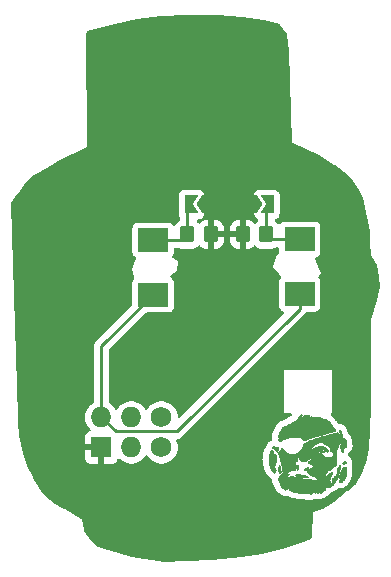
<source format=gbr>
G04 #@! TF.GenerationSoftware,KiCad,Pcbnew,7.0.2*
G04 #@! TF.CreationDate,2023-06-19T19:10:06-05:00*
G04 #@! TF.ProjectId,HankPropane2.0,48616e6b-5072-46f7-9061-6e65322e302e,rev?*
G04 #@! TF.SameCoordinates,Original*
G04 #@! TF.FileFunction,Copper,L2,Bot*
G04 #@! TF.FilePolarity,Positive*
%FSLAX46Y46*%
G04 Gerber Fmt 4.6, Leading zero omitted, Abs format (unit mm)*
G04 Created by KiCad (PCBNEW 7.0.2) date 2023-06-19 19:10:06*
%MOMM*%
%LPD*%
G01*
G04 APERTURE LIST*
G04 Aperture macros list*
%AMRoundRect*
0 Rectangle with rounded corners*
0 $1 Rounding radius*
0 $2 $3 $4 $5 $6 $7 $8 $9 X,Y pos of 4 corners*
0 Add a 4 corners polygon primitive as box body*
4,1,4,$2,$3,$4,$5,$6,$7,$8,$9,$2,$3,0*
0 Add four circle primitives for the rounded corners*
1,1,$1+$1,$2,$3*
1,1,$1+$1,$4,$5*
1,1,$1+$1,$6,$7*
1,1,$1+$1,$8,$9*
0 Add four rect primitives between the rounded corners*
20,1,$1+$1,$2,$3,$4,$5,0*
20,1,$1+$1,$4,$5,$6,$7,0*
20,1,$1+$1,$6,$7,$8,$9,0*
20,1,$1+$1,$8,$9,$2,$3,0*%
%AMFreePoly0*
4,1,6,1.000000,0.000000,0.500000,-0.750000,-0.500000,-0.750000,-0.500000,0.750000,0.500000,0.750000,1.000000,0.000000,1.000000,0.000000,$1*%
%AMFreePoly1*
4,1,6,0.500000,-0.750000,-0.650000,-0.750000,-0.150000,0.000000,-0.650000,0.750000,0.500000,0.750000,0.500000,-0.750000,0.500000,-0.750000,$1*%
G04 Aperture macros list end*
G04 #@! TA.AperFunction,EtchedComponent*
%ADD10C,0.010000*%
G04 #@! TD*
G04 #@! TA.AperFunction,SMDPad,CuDef*
%ADD11R,2.500000X2.000000*%
G04 #@! TD*
G04 #@! TA.AperFunction,ComponentPad*
%ADD12O,1.727200X1.727200*%
G04 #@! TD*
G04 #@! TA.AperFunction,ComponentPad*
%ADD13R,1.727200X1.727200*%
G04 #@! TD*
G04 #@! TA.AperFunction,ComponentPad*
%ADD14C,1.727200*%
G04 #@! TD*
G04 #@! TA.AperFunction,SMDPad,CuDef*
%ADD15RoundRect,0.250000X0.350000X0.450000X-0.350000X0.450000X-0.350000X-0.450000X0.350000X-0.450000X0*%
G04 #@! TD*
G04 #@! TA.AperFunction,SMDPad,CuDef*
%ADD16FreePoly0,0.000000*%
G04 #@! TD*
G04 #@! TA.AperFunction,SMDPad,CuDef*
%ADD17FreePoly1,0.000000*%
G04 #@! TD*
G04 #@! TA.AperFunction,SMDPad,CuDef*
%ADD18RoundRect,0.250000X-0.350000X-0.450000X0.350000X-0.450000X0.350000X0.450000X-0.350000X0.450000X0*%
G04 #@! TD*
G04 #@! TA.AperFunction,SMDPad,CuDef*
%ADD19FreePoly0,180.000000*%
G04 #@! TD*
G04 #@! TA.AperFunction,SMDPad,CuDef*
%ADD20FreePoly1,180.000000*%
G04 #@! TD*
G04 #@! TA.AperFunction,Conductor*
%ADD21C,0.250000*%
G04 #@! TD*
G04 APERTURE END LIST*
D10*
X190647778Y-112388393D02*
X190662993Y-112408899D01*
X190660166Y-112440340D01*
X190650672Y-112451602D01*
X190623882Y-112456215D01*
X190602231Y-112446562D01*
X190595250Y-112420400D01*
X190601183Y-112395547D01*
X190623882Y-112384584D01*
X190647778Y-112388393D01*
G04 #@! TA.AperFunction,EtchedComponent*
G36*
X190647778Y-112388393D02*
G01*
X190662993Y-112408899D01*
X190660166Y-112440340D01*
X190650672Y-112451602D01*
X190623882Y-112456215D01*
X190602231Y-112446562D01*
X190595250Y-112420400D01*
X190601183Y-112395547D01*
X190623882Y-112384584D01*
X190647778Y-112388393D01*
G37*
G04 #@! TD.AperFunction*
X192684585Y-113175865D02*
X192721459Y-113198460D01*
X192749476Y-113230792D01*
X192760600Y-113265552D01*
X192752321Y-113290592D01*
X192724319Y-113323963D01*
X192681056Y-113357629D01*
X192627250Y-113387284D01*
X192580024Y-113405039D01*
X192534714Y-113409461D01*
X192500420Y-113394010D01*
X192473731Y-113358035D01*
X192470993Y-113352666D01*
X192461824Y-113328321D01*
X192464991Y-113307037D01*
X192481656Y-113276912D01*
X192512219Y-113240547D01*
X192558507Y-113204926D01*
X192609197Y-113179441D01*
X192655209Y-113169700D01*
X192684585Y-113175865D01*
G04 #@! TA.AperFunction,EtchedComponent*
G36*
X192684585Y-113175865D02*
G01*
X192721459Y-113198460D01*
X192749476Y-113230792D01*
X192760600Y-113265552D01*
X192752321Y-113290592D01*
X192724319Y-113323963D01*
X192681056Y-113357629D01*
X192627250Y-113387284D01*
X192580024Y-113405039D01*
X192534714Y-113409461D01*
X192500420Y-113394010D01*
X192473731Y-113358035D01*
X192470993Y-113352666D01*
X192461824Y-113328321D01*
X192464991Y-113307037D01*
X192481656Y-113276912D01*
X192512219Y-113240547D01*
X192558507Y-113204926D01*
X192609197Y-113179441D01*
X192655209Y-113169700D01*
X192684585Y-113175865D01*
G37*
G04 #@! TD.AperFunction*
X188999731Y-109213517D02*
X189028185Y-109231956D01*
X189039500Y-109257090D01*
X189036041Y-109267392D01*
X189016898Y-109294247D01*
X188985133Y-109329282D01*
X188945477Y-109367973D01*
X188902659Y-109405798D01*
X188861412Y-109438234D01*
X188826465Y-109460758D01*
X188810098Y-109468963D01*
X188771371Y-109481624D01*
X188747625Y-109475679D01*
X188736896Y-109450912D01*
X188736707Y-109444110D01*
X188747672Y-109410707D01*
X188773639Y-109368989D01*
X188809984Y-109323858D01*
X188852081Y-109280220D01*
X188895305Y-109242978D01*
X188935032Y-109217036D01*
X188966637Y-109207300D01*
X188999731Y-109213517D01*
G04 #@! TA.AperFunction,EtchedComponent*
G36*
X188999731Y-109213517D02*
G01*
X189028185Y-109231956D01*
X189039500Y-109257090D01*
X189036041Y-109267392D01*
X189016898Y-109294247D01*
X188985133Y-109329282D01*
X188945477Y-109367973D01*
X188902659Y-109405798D01*
X188861412Y-109438234D01*
X188826465Y-109460758D01*
X188810098Y-109468963D01*
X188771371Y-109481624D01*
X188747625Y-109475679D01*
X188736896Y-109450912D01*
X188736707Y-109444110D01*
X188747672Y-109410707D01*
X188773639Y-109368989D01*
X188809984Y-109323858D01*
X188852081Y-109280220D01*
X188895305Y-109242978D01*
X188935032Y-109217036D01*
X188966637Y-109207300D01*
X188999731Y-109213517D01*
G37*
G04 #@! TD.AperFunction*
X187134799Y-113509814D02*
X187136875Y-113512552D01*
X187150757Y-113541258D01*
X187163376Y-113587584D01*
X187175084Y-113653475D01*
X187186239Y-113740876D01*
X187197194Y-113851731D01*
X187202176Y-113898893D01*
X187210696Y-113958930D01*
X187220175Y-114008679D01*
X187229332Y-114040607D01*
X187242476Y-114075496D01*
X187246654Y-114105644D01*
X187235515Y-114127214D01*
X187207525Y-114147739D01*
X187184935Y-114160637D01*
X187153697Y-114170974D01*
X187127474Y-114163534D01*
X187097002Y-114137455D01*
X187082832Y-114119841D01*
X187058322Y-114064906D01*
X187042227Y-113987903D01*
X187034775Y-113890207D01*
X187036197Y-113773192D01*
X187037345Y-113751077D01*
X187045331Y-113656155D01*
X187057087Y-113581868D01*
X187072263Y-113529153D01*
X187090507Y-113498949D01*
X187111469Y-113492190D01*
X187134799Y-113509814D01*
G04 #@! TA.AperFunction,EtchedComponent*
G36*
X187134799Y-113509814D02*
G01*
X187136875Y-113512552D01*
X187150757Y-113541258D01*
X187163376Y-113587584D01*
X187175084Y-113653475D01*
X187186239Y-113740876D01*
X187197194Y-113851731D01*
X187202176Y-113898893D01*
X187210696Y-113958930D01*
X187220175Y-114008679D01*
X187229332Y-114040607D01*
X187242476Y-114075496D01*
X187246654Y-114105644D01*
X187235515Y-114127214D01*
X187207525Y-114147739D01*
X187184935Y-114160637D01*
X187153697Y-114170974D01*
X187127474Y-114163534D01*
X187097002Y-114137455D01*
X187082832Y-114119841D01*
X187058322Y-114064906D01*
X187042227Y-113987903D01*
X187034775Y-113890207D01*
X187036197Y-113773192D01*
X187037345Y-113751077D01*
X187045331Y-113656155D01*
X187057087Y-113581868D01*
X187072263Y-113529153D01*
X187090507Y-113498949D01*
X187111469Y-113492190D01*
X187134799Y-113509814D01*
G37*
G04 #@! TD.AperFunction*
X188785554Y-114284606D02*
X188878547Y-114291389D01*
X188970583Y-114301525D01*
X189057014Y-114314809D01*
X189133194Y-114331036D01*
X189193254Y-114348308D01*
X189266268Y-114374191D01*
X189336234Y-114403707D01*
X189399633Y-114434951D01*
X189452943Y-114466013D01*
X189492646Y-114494988D01*
X189515219Y-114519968D01*
X189517144Y-114539046D01*
X189507176Y-114547070D01*
X189486744Y-114551812D01*
X189453042Y-114552966D01*
X189403108Y-114550481D01*
X189333981Y-114544307D01*
X189242700Y-114534394D01*
X189133741Y-114520886D01*
X189001437Y-114501431D01*
X188879554Y-114480104D01*
X188769740Y-114457407D01*
X188673645Y-114433839D01*
X188592918Y-114409901D01*
X188529208Y-114386095D01*
X188484165Y-114362919D01*
X188459437Y-114340875D01*
X188456674Y-114320464D01*
X188477525Y-114302185D01*
X188496956Y-114295092D01*
X188547305Y-114286419D01*
X188615286Y-114281917D01*
X188696251Y-114281381D01*
X188785554Y-114284606D01*
G04 #@! TA.AperFunction,EtchedComponent*
G36*
X188785554Y-114284606D02*
G01*
X188878547Y-114291389D01*
X188970583Y-114301525D01*
X189057014Y-114314809D01*
X189133194Y-114331036D01*
X189193254Y-114348308D01*
X189266268Y-114374191D01*
X189336234Y-114403707D01*
X189399633Y-114434951D01*
X189452943Y-114466013D01*
X189492646Y-114494988D01*
X189515219Y-114519968D01*
X189517144Y-114539046D01*
X189507176Y-114547070D01*
X189486744Y-114551812D01*
X189453042Y-114552966D01*
X189403108Y-114550481D01*
X189333981Y-114544307D01*
X189242700Y-114534394D01*
X189133741Y-114520886D01*
X189001437Y-114501431D01*
X188879554Y-114480104D01*
X188769740Y-114457407D01*
X188673645Y-114433839D01*
X188592918Y-114409901D01*
X188529208Y-114386095D01*
X188484165Y-114362919D01*
X188459437Y-114340875D01*
X188456674Y-114320464D01*
X188477525Y-114302185D01*
X188496956Y-114295092D01*
X188547305Y-114286419D01*
X188615286Y-114281917D01*
X188696251Y-114281381D01*
X188785554Y-114284606D01*
G37*
G04 #@! TD.AperFunction*
X186666812Y-111917143D02*
X186720810Y-111933094D01*
X186740931Y-111938766D01*
X186807806Y-111947118D01*
X186881548Y-111944646D01*
X186950350Y-111931435D01*
X186971554Y-111930787D01*
X187001150Y-111942530D01*
X187011650Y-111952109D01*
X187020783Y-111970488D01*
X187024758Y-112000728D01*
X187025078Y-112049554D01*
X187021115Y-112102391D01*
X187009441Y-112171541D01*
X186992214Y-112239959D01*
X186971556Y-112299425D01*
X186949590Y-112341723D01*
X186942860Y-112350397D01*
X186921680Y-112365223D01*
X186899094Y-112359690D01*
X186872840Y-112332569D01*
X186840656Y-112282633D01*
X186813481Y-112237656D01*
X186780080Y-112190715D01*
X186747823Y-112158885D01*
X186711499Y-112137354D01*
X186665895Y-112121310D01*
X186650906Y-112116883D01*
X186590275Y-112094438D01*
X186553295Y-112069937D01*
X186538522Y-112040951D01*
X186544508Y-112005048D01*
X186569808Y-111959798D01*
X186577012Y-111949620D01*
X186601278Y-111924280D01*
X186629089Y-111913830D01*
X186666812Y-111917143D01*
G04 #@! TA.AperFunction,EtchedComponent*
G36*
X186666812Y-111917143D02*
G01*
X186720810Y-111933094D01*
X186740931Y-111938766D01*
X186807806Y-111947118D01*
X186881548Y-111944646D01*
X186950350Y-111931435D01*
X186971554Y-111930787D01*
X187001150Y-111942530D01*
X187011650Y-111952109D01*
X187020783Y-111970488D01*
X187024758Y-112000728D01*
X187025078Y-112049554D01*
X187021115Y-112102391D01*
X187009441Y-112171541D01*
X186992214Y-112239959D01*
X186971556Y-112299425D01*
X186949590Y-112341723D01*
X186942860Y-112350397D01*
X186921680Y-112365223D01*
X186899094Y-112359690D01*
X186872840Y-112332569D01*
X186840656Y-112282633D01*
X186813481Y-112237656D01*
X186780080Y-112190715D01*
X186747823Y-112158885D01*
X186711499Y-112137354D01*
X186665895Y-112121310D01*
X186650906Y-112116883D01*
X186590275Y-112094438D01*
X186553295Y-112069937D01*
X186538522Y-112040951D01*
X186544508Y-112005048D01*
X186569808Y-111959798D01*
X186577012Y-111949620D01*
X186601278Y-111924280D01*
X186629089Y-111913830D01*
X186666812Y-111917143D01*
G37*
G04 #@! TD.AperFunction*
X192572457Y-113677705D02*
X192577115Y-113684110D01*
X192596044Y-113726878D01*
X192611195Y-113788686D01*
X192622000Y-113864485D01*
X192627894Y-113949225D01*
X192628310Y-114037855D01*
X192622681Y-114125326D01*
X192618565Y-114161154D01*
X192607718Y-114225360D01*
X192592176Y-114278758D01*
X192569355Y-114331339D01*
X192554246Y-114358963D01*
X192510676Y-114421263D01*
X192458105Y-114480150D01*
X192402850Y-114528970D01*
X192351227Y-114561073D01*
X192342114Y-114564743D01*
X192296763Y-114574248D01*
X192248694Y-114573867D01*
X192206894Y-114564366D01*
X192180348Y-114546511D01*
X192174647Y-114537382D01*
X192163079Y-114492498D01*
X192167117Y-114430245D01*
X192186877Y-114349824D01*
X192222473Y-114250434D01*
X192235747Y-114217567D01*
X192286438Y-114099203D01*
X192335816Y-113994824D01*
X192382145Y-113907951D01*
X192423691Y-113842106D01*
X192438307Y-113820142D01*
X192463611Y-113775544D01*
X192480369Y-113737370D01*
X192482333Y-113731845D01*
X192501075Y-113696007D01*
X192523447Y-113670998D01*
X192537836Y-113661720D01*
X192554535Y-113660037D01*
X192572457Y-113677705D01*
G04 #@! TA.AperFunction,EtchedComponent*
G36*
X192572457Y-113677705D02*
G01*
X192577115Y-113684110D01*
X192596044Y-113726878D01*
X192611195Y-113788686D01*
X192622000Y-113864485D01*
X192627894Y-113949225D01*
X192628310Y-114037855D01*
X192622681Y-114125326D01*
X192618565Y-114161154D01*
X192607718Y-114225360D01*
X192592176Y-114278758D01*
X192569355Y-114331339D01*
X192554246Y-114358963D01*
X192510676Y-114421263D01*
X192458105Y-114480150D01*
X192402850Y-114528970D01*
X192351227Y-114561073D01*
X192342114Y-114564743D01*
X192296763Y-114574248D01*
X192248694Y-114573867D01*
X192206894Y-114564366D01*
X192180348Y-114546511D01*
X192174647Y-114537382D01*
X192163079Y-114492498D01*
X192167117Y-114430245D01*
X192186877Y-114349824D01*
X192222473Y-114250434D01*
X192235747Y-114217567D01*
X192286438Y-114099203D01*
X192335816Y-113994824D01*
X192382145Y-113907951D01*
X192423691Y-113842106D01*
X192438307Y-113820142D01*
X192463611Y-113775544D01*
X192480369Y-113737370D01*
X192482333Y-113731845D01*
X192501075Y-113696007D01*
X192523447Y-113670998D01*
X192537836Y-113661720D01*
X192554535Y-113660037D01*
X192572457Y-113677705D01*
G37*
G04 #@! TD.AperFunction*
X192755103Y-113698303D02*
X192780274Y-113721319D01*
X192795256Y-113758968D01*
X192804354Y-113819281D01*
X192806539Y-113895937D01*
X192802335Y-113984888D01*
X192792271Y-114082083D01*
X192776873Y-114183472D01*
X192756669Y-114285005D01*
X192732184Y-114382631D01*
X192703946Y-114472300D01*
X192672482Y-114549963D01*
X192655857Y-114583603D01*
X192611534Y-114661213D01*
X192560651Y-114737497D01*
X192506661Y-114808114D01*
X192453014Y-114868719D01*
X192403160Y-114914972D01*
X192360550Y-114942528D01*
X192359999Y-114942772D01*
X192328534Y-114954676D01*
X192305945Y-114959902D01*
X192294892Y-114959084D01*
X192255448Y-114943556D01*
X192213719Y-114913188D01*
X192176052Y-114874210D01*
X192148796Y-114832855D01*
X192138300Y-114795352D01*
X192139207Y-114782210D01*
X192150523Y-114752375D01*
X192177268Y-114725045D01*
X192222570Y-114697570D01*
X192289555Y-114667305D01*
X192348660Y-114641955D01*
X192447785Y-114593174D01*
X192524913Y-114544849D01*
X192582189Y-114495288D01*
X192621753Y-114442796D01*
X192645750Y-114385678D01*
X192648187Y-114373991D01*
X192653183Y-114334461D01*
X192658310Y-114276225D01*
X192663248Y-114203685D01*
X192667679Y-114121242D01*
X192671283Y-114033300D01*
X192673165Y-113982363D01*
X192676705Y-113900806D01*
X192680463Y-113829192D01*
X192684206Y-113771383D01*
X192687699Y-113731240D01*
X192690709Y-113712625D01*
X192700006Y-113699656D01*
X192725411Y-113690797D01*
X192755103Y-113698303D01*
G04 #@! TA.AperFunction,EtchedComponent*
G36*
X192755103Y-113698303D02*
G01*
X192780274Y-113721319D01*
X192795256Y-113758968D01*
X192804354Y-113819281D01*
X192806539Y-113895937D01*
X192802335Y-113984888D01*
X192792271Y-114082083D01*
X192776873Y-114183472D01*
X192756669Y-114285005D01*
X192732184Y-114382631D01*
X192703946Y-114472300D01*
X192672482Y-114549963D01*
X192655857Y-114583603D01*
X192611534Y-114661213D01*
X192560651Y-114737497D01*
X192506661Y-114808114D01*
X192453014Y-114868719D01*
X192403160Y-114914972D01*
X192360550Y-114942528D01*
X192359999Y-114942772D01*
X192328534Y-114954676D01*
X192305945Y-114959902D01*
X192294892Y-114959084D01*
X192255448Y-114943556D01*
X192213719Y-114913188D01*
X192176052Y-114874210D01*
X192148796Y-114832855D01*
X192138300Y-114795352D01*
X192139207Y-114782210D01*
X192150523Y-114752375D01*
X192177268Y-114725045D01*
X192222570Y-114697570D01*
X192289555Y-114667305D01*
X192348660Y-114641955D01*
X192447785Y-114593174D01*
X192524913Y-114544849D01*
X192582189Y-114495288D01*
X192621753Y-114442796D01*
X192645750Y-114385678D01*
X192648187Y-114373991D01*
X192653183Y-114334461D01*
X192658310Y-114276225D01*
X192663248Y-114203685D01*
X192667679Y-114121242D01*
X192671283Y-114033300D01*
X192673165Y-113982363D01*
X192676705Y-113900806D01*
X192680463Y-113829192D01*
X192684206Y-113771383D01*
X192687699Y-113731240D01*
X192690709Y-113712625D01*
X192700006Y-113699656D01*
X192725411Y-113690797D01*
X192755103Y-113698303D01*
G37*
G04 #@! TD.AperFunction*
X192228222Y-113496744D02*
X192240021Y-113519265D01*
X192246773Y-113543348D01*
X192251938Y-113607910D01*
X192245635Y-113690741D01*
X192227993Y-113788959D01*
X192225569Y-113800322D01*
X192214527Y-113864776D01*
X192207077Y-113929662D01*
X192204721Y-113982500D01*
X192204811Y-114002089D01*
X192202347Y-114041474D01*
X192194368Y-114078395D01*
X192178690Y-114121124D01*
X192153130Y-114177932D01*
X192142703Y-114201027D01*
X192113673Y-114272189D01*
X192085358Y-114349814D01*
X192062643Y-114420797D01*
X192017057Y-114560796D01*
X191948283Y-114728290D01*
X191868550Y-114883206D01*
X191780038Y-115021398D01*
X191684928Y-115138722D01*
X191675351Y-115148904D01*
X191641582Y-115182264D01*
X191614170Y-115205609D01*
X191598311Y-115214400D01*
X191591345Y-115212767D01*
X191568432Y-115196111D01*
X191543770Y-115168164D01*
X191524060Y-115137277D01*
X191516000Y-115111801D01*
X191516811Y-115104452D01*
X191524029Y-115073663D01*
X191537114Y-115028997D01*
X191554100Y-114977393D01*
X191564340Y-114947555D01*
X191580850Y-114895383D01*
X191588965Y-114857841D01*
X191589071Y-114828618D01*
X191581554Y-114801408D01*
X191566800Y-114769900D01*
X191561948Y-114760085D01*
X191544482Y-114709804D01*
X191546056Y-114666215D01*
X191566661Y-114620675D01*
X191576810Y-114605598D01*
X191604400Y-114581054D01*
X191633383Y-114580327D01*
X191665155Y-114603738D01*
X191701111Y-114651607D01*
X191725621Y-114688559D01*
X191741567Y-114707518D01*
X191751945Y-114710467D01*
X191760401Y-114700407D01*
X191761037Y-114699161D01*
X191766618Y-114671788D01*
X191768395Y-114624865D01*
X191766151Y-114563553D01*
X191765037Y-114542906D01*
X191764150Y-114489424D01*
X191766149Y-114445339D01*
X191770781Y-114418597D01*
X191776134Y-114406368D01*
X191787948Y-114394083D01*
X191809845Y-114389898D01*
X191849405Y-114391169D01*
X191885869Y-114392844D01*
X191907332Y-114390032D01*
X191916407Y-114379220D01*
X191919844Y-114357150D01*
X191923247Y-114333891D01*
X191940342Y-114267732D01*
X191967893Y-114192328D01*
X192003082Y-114115850D01*
X192015653Y-114090622D01*
X192029820Y-114056401D01*
X192037348Y-114023530D01*
X192039936Y-113983107D01*
X192039282Y-113926231D01*
X192038913Y-113909640D01*
X192039116Y-113856328D01*
X192043008Y-113818088D01*
X192051920Y-113786719D01*
X192067180Y-113754018D01*
X192076199Y-113735839D01*
X192096995Y-113687585D01*
X192111606Y-113645187D01*
X192116390Y-113629277D01*
X192140154Y-113573380D01*
X192169963Y-113527886D01*
X192201241Y-113500199D01*
X192213016Y-113494754D01*
X192228222Y-113496744D01*
G04 #@! TA.AperFunction,EtchedComponent*
G36*
X192228222Y-113496744D02*
G01*
X192240021Y-113519265D01*
X192246773Y-113543348D01*
X192251938Y-113607910D01*
X192245635Y-113690741D01*
X192227993Y-113788959D01*
X192225569Y-113800322D01*
X192214527Y-113864776D01*
X192207077Y-113929662D01*
X192204721Y-113982500D01*
X192204811Y-114002089D01*
X192202347Y-114041474D01*
X192194368Y-114078395D01*
X192178690Y-114121124D01*
X192153130Y-114177932D01*
X192142703Y-114201027D01*
X192113673Y-114272189D01*
X192085358Y-114349814D01*
X192062643Y-114420797D01*
X192017057Y-114560796D01*
X191948283Y-114728290D01*
X191868550Y-114883206D01*
X191780038Y-115021398D01*
X191684928Y-115138722D01*
X191675351Y-115148904D01*
X191641582Y-115182264D01*
X191614170Y-115205609D01*
X191598311Y-115214400D01*
X191591345Y-115212767D01*
X191568432Y-115196111D01*
X191543770Y-115168164D01*
X191524060Y-115137277D01*
X191516000Y-115111801D01*
X191516811Y-115104452D01*
X191524029Y-115073663D01*
X191537114Y-115028997D01*
X191554100Y-114977393D01*
X191564340Y-114947555D01*
X191580850Y-114895383D01*
X191588965Y-114857841D01*
X191589071Y-114828618D01*
X191581554Y-114801408D01*
X191566800Y-114769900D01*
X191561948Y-114760085D01*
X191544482Y-114709804D01*
X191546056Y-114666215D01*
X191566661Y-114620675D01*
X191576810Y-114605598D01*
X191604400Y-114581054D01*
X191633383Y-114580327D01*
X191665155Y-114603738D01*
X191701111Y-114651607D01*
X191725621Y-114688559D01*
X191741567Y-114707518D01*
X191751945Y-114710467D01*
X191760401Y-114700407D01*
X191761037Y-114699161D01*
X191766618Y-114671788D01*
X191768395Y-114624865D01*
X191766151Y-114563553D01*
X191765037Y-114542906D01*
X191764150Y-114489424D01*
X191766149Y-114445339D01*
X191770781Y-114418597D01*
X191776134Y-114406368D01*
X191787948Y-114394083D01*
X191809845Y-114389898D01*
X191849405Y-114391169D01*
X191885869Y-114392844D01*
X191907332Y-114390032D01*
X191916407Y-114379220D01*
X191919844Y-114357150D01*
X191923247Y-114333891D01*
X191940342Y-114267732D01*
X191967893Y-114192328D01*
X192003082Y-114115850D01*
X192015653Y-114090622D01*
X192029820Y-114056401D01*
X192037348Y-114023530D01*
X192039936Y-113983107D01*
X192039282Y-113926231D01*
X192038913Y-113909640D01*
X192039116Y-113856328D01*
X192043008Y-113818088D01*
X192051920Y-113786719D01*
X192067180Y-113754018D01*
X192076199Y-113735839D01*
X192096995Y-113687585D01*
X192111606Y-113645187D01*
X192116390Y-113629277D01*
X192140154Y-113573380D01*
X192169963Y-113527886D01*
X192201241Y-113500199D01*
X192213016Y-113494754D01*
X192228222Y-113496744D01*
G37*
G04 #@! TD.AperFunction*
X186466089Y-112194069D02*
X186492741Y-112212620D01*
X186521677Y-112244176D01*
X186547095Y-112281847D01*
X186563194Y-112318744D01*
X186567174Y-112335167D01*
X186574779Y-112412630D01*
X186568458Y-112495848D01*
X186548886Y-112572800D01*
X186497995Y-112729684D01*
X186456671Y-112920899D01*
X186439489Y-113107684D01*
X186446619Y-113288862D01*
X186452718Y-113338405D01*
X186464622Y-113403783D01*
X186479408Y-113448159D01*
X186498130Y-113474285D01*
X186521844Y-113484908D01*
X186533753Y-113485111D01*
X186546864Y-113475772D01*
X186549665Y-113451604D01*
X186542214Y-113409786D01*
X186524566Y-113347500D01*
X186521745Y-113338211D01*
X186494614Y-113211225D01*
X186491173Y-113090313D01*
X186511331Y-112972839D01*
X186528100Y-112918089D01*
X186556161Y-112842712D01*
X186588725Y-112768429D01*
X186623687Y-112699067D01*
X186658939Y-112638455D01*
X186692377Y-112590421D01*
X186721894Y-112558793D01*
X186745384Y-112547400D01*
X186760689Y-112557762D01*
X186782275Y-112585933D01*
X186806371Y-112626043D01*
X186829455Y-112672215D01*
X186848002Y-112718571D01*
X186850242Y-112725544D01*
X186863577Y-112793568D01*
X186868739Y-112876889D01*
X186866206Y-112967887D01*
X186856455Y-113058941D01*
X186839961Y-113142431D01*
X186817202Y-113210735D01*
X186812693Y-113221808D01*
X186797901Y-113266006D01*
X186782031Y-113322306D01*
X186767823Y-113381248D01*
X186763500Y-113400029D01*
X186746733Y-113461646D01*
X186727748Y-113519020D01*
X186709878Y-113561767D01*
X186698225Y-113585541D01*
X186682426Y-113625662D01*
X186677470Y-113660457D01*
X186684775Y-113694587D01*
X186705761Y-113732714D01*
X186741847Y-113779500D01*
X186794451Y-113839608D01*
X186800305Y-113846195D01*
X186825948Y-113878929D01*
X186836366Y-113903850D01*
X186835002Y-113928508D01*
X186823793Y-113958168D01*
X186799308Y-114002829D01*
X186767734Y-114050664D01*
X186734578Y-114093420D01*
X186705348Y-114122843D01*
X186677076Y-114140072D01*
X186651416Y-114147600D01*
X186636262Y-114144565D01*
X186600717Y-114122629D01*
X186559137Y-114082346D01*
X186513958Y-114027094D01*
X186467615Y-113960251D01*
X186422545Y-113885194D01*
X186381181Y-113805303D01*
X186345961Y-113723954D01*
X186298772Y-113586977D01*
X186249660Y-113388750D01*
X186221452Y-113188585D01*
X186214415Y-112990153D01*
X186228817Y-112797121D01*
X186264926Y-112613159D01*
X186269445Y-112596368D01*
X186295375Y-112509696D01*
X186324167Y-112426909D01*
X186354255Y-112351453D01*
X186384077Y-112286770D01*
X186412068Y-112236304D01*
X186436665Y-112203500D01*
X186456302Y-112191800D01*
X186466089Y-112194069D01*
G04 #@! TA.AperFunction,EtchedComponent*
G36*
X186466089Y-112194069D02*
G01*
X186492741Y-112212620D01*
X186521677Y-112244176D01*
X186547095Y-112281847D01*
X186563194Y-112318744D01*
X186567174Y-112335167D01*
X186574779Y-112412630D01*
X186568458Y-112495848D01*
X186548886Y-112572800D01*
X186497995Y-112729684D01*
X186456671Y-112920899D01*
X186439489Y-113107684D01*
X186446619Y-113288862D01*
X186452718Y-113338405D01*
X186464622Y-113403783D01*
X186479408Y-113448159D01*
X186498130Y-113474285D01*
X186521844Y-113484908D01*
X186533753Y-113485111D01*
X186546864Y-113475772D01*
X186549665Y-113451604D01*
X186542214Y-113409786D01*
X186524566Y-113347500D01*
X186521745Y-113338211D01*
X186494614Y-113211225D01*
X186491173Y-113090313D01*
X186511331Y-112972839D01*
X186528100Y-112918089D01*
X186556161Y-112842712D01*
X186588725Y-112768429D01*
X186623687Y-112699067D01*
X186658939Y-112638455D01*
X186692377Y-112590421D01*
X186721894Y-112558793D01*
X186745384Y-112547400D01*
X186760689Y-112557762D01*
X186782275Y-112585933D01*
X186806371Y-112626043D01*
X186829455Y-112672215D01*
X186848002Y-112718571D01*
X186850242Y-112725544D01*
X186863577Y-112793568D01*
X186868739Y-112876889D01*
X186866206Y-112967887D01*
X186856455Y-113058941D01*
X186839961Y-113142431D01*
X186817202Y-113210735D01*
X186812693Y-113221808D01*
X186797901Y-113266006D01*
X186782031Y-113322306D01*
X186767823Y-113381248D01*
X186763500Y-113400029D01*
X186746733Y-113461646D01*
X186727748Y-113519020D01*
X186709878Y-113561767D01*
X186698225Y-113585541D01*
X186682426Y-113625662D01*
X186677470Y-113660457D01*
X186684775Y-113694587D01*
X186705761Y-113732714D01*
X186741847Y-113779500D01*
X186794451Y-113839608D01*
X186800305Y-113846195D01*
X186825948Y-113878929D01*
X186836366Y-113903850D01*
X186835002Y-113928508D01*
X186823793Y-113958168D01*
X186799308Y-114002829D01*
X186767734Y-114050664D01*
X186734578Y-114093420D01*
X186705348Y-114122843D01*
X186677076Y-114140072D01*
X186651416Y-114147600D01*
X186636262Y-114144565D01*
X186600717Y-114122629D01*
X186559137Y-114082346D01*
X186513958Y-114027094D01*
X186467615Y-113960251D01*
X186422545Y-113885194D01*
X186381181Y-113805303D01*
X186345961Y-113723954D01*
X186298772Y-113586977D01*
X186249660Y-113388750D01*
X186221452Y-113188585D01*
X186214415Y-112990153D01*
X186228817Y-112797121D01*
X186264926Y-112613159D01*
X186269445Y-112596368D01*
X186295375Y-112509696D01*
X186324167Y-112426909D01*
X186354255Y-112351453D01*
X186384077Y-112286770D01*
X186412068Y-112236304D01*
X186436665Y-112203500D01*
X186456302Y-112191800D01*
X186466089Y-112194069D01*
G37*
G04 #@! TD.AperFunction*
X189378799Y-109246364D02*
X189420500Y-109248336D01*
X189430336Y-109248771D01*
X189514534Y-109256906D01*
X189575005Y-109271941D01*
X189611482Y-109293779D01*
X189623700Y-109322324D01*
X189620406Y-109337863D01*
X189604650Y-109355107D01*
X189593366Y-109364837D01*
X189585600Y-109390024D01*
X189578375Y-109412114D01*
X189548710Y-109431555D01*
X189525473Y-109445939D01*
X189494348Y-109475127D01*
X189464486Y-109510692D01*
X189442049Y-109545184D01*
X189433200Y-109571155D01*
X189442422Y-109586281D01*
X189467465Y-109588223D01*
X189503857Y-109578742D01*
X189547125Y-109559799D01*
X189592799Y-109533355D01*
X189636404Y-109501370D01*
X189673470Y-109465806D01*
X189689698Y-109448231D01*
X189719966Y-109421616D01*
X189752917Y-109403162D01*
X189792230Y-109392449D01*
X189841587Y-109389056D01*
X189904668Y-109392563D01*
X189985154Y-109402549D01*
X190086726Y-109418594D01*
X190137070Y-109425851D01*
X190210389Y-109434265D01*
X190290132Y-109441702D01*
X190366126Y-109447123D01*
X190414406Y-109450067D01*
X190472050Y-109454793D01*
X190516204Y-109461121D01*
X190554064Y-109470570D01*
X190592830Y-109484661D01*
X190639700Y-109504915D01*
X190705627Y-109534310D01*
X190779913Y-109566978D01*
X190837088Y-109591207D01*
X190880631Y-109608239D01*
X190914024Y-109619316D01*
X190940748Y-109625680D01*
X190964283Y-109628573D01*
X190988109Y-109629237D01*
X191020150Y-109629802D01*
X191046793Y-109633134D01*
X191072949Y-109641509D01*
X191104015Y-109657202D01*
X191145386Y-109682489D01*
X191202458Y-109719646D01*
X191241619Y-109746660D01*
X191290467Y-109786659D01*
X191334697Y-109833084D01*
X191382579Y-109893935D01*
X191388824Y-109902274D01*
X191430905Y-109956027D01*
X191483102Y-110019763D01*
X191539374Y-110086206D01*
X191593680Y-110148085D01*
X191617066Y-110174315D01*
X191700240Y-110270938D01*
X191768714Y-110356193D01*
X191821683Y-110428920D01*
X191858343Y-110487961D01*
X191877889Y-110532154D01*
X191879519Y-110560341D01*
X191868051Y-110569701D01*
X191833001Y-110585854D01*
X191776153Y-110607058D01*
X191699076Y-110632826D01*
X191603338Y-110662671D01*
X191490508Y-110696107D01*
X191362154Y-110732646D01*
X191219846Y-110771801D01*
X191065150Y-110813087D01*
X190975360Y-110836737D01*
X190784750Y-110887198D01*
X190615729Y-110932400D01*
X190466172Y-110972992D01*
X190333952Y-111009621D01*
X190216945Y-111042937D01*
X190113026Y-111073586D01*
X190020067Y-111102216D01*
X189935945Y-111129477D01*
X189858534Y-111156016D01*
X189785708Y-111182481D01*
X189715342Y-111209520D01*
X189645310Y-111237781D01*
X189573488Y-111267913D01*
X189499243Y-111298926D01*
X189427520Y-111326891D01*
X189370971Y-111346007D01*
X189325479Y-111357643D01*
X189286927Y-111363169D01*
X189275812Y-111363983D01*
X189230944Y-111364383D01*
X189192915Y-111357230D01*
X189155594Y-111339854D01*
X189112850Y-111309586D01*
X189058550Y-111263758D01*
X188997912Y-111215112D01*
X188938209Y-111178588D01*
X188873206Y-111151828D01*
X188796217Y-111132088D01*
X188700559Y-111116618D01*
X188604994Y-111106662D01*
X188449160Y-111100545D01*
X188287652Y-111105159D01*
X188124293Y-111119781D01*
X187962907Y-111143691D01*
X187807316Y-111176166D01*
X187661345Y-111216485D01*
X187528815Y-111263927D01*
X187413550Y-111317770D01*
X187319374Y-111377293D01*
X187288923Y-111399505D01*
X187248194Y-111427261D01*
X187217050Y-111446309D01*
X187175515Y-111463399D01*
X187133303Y-111463603D01*
X187087216Y-111442846D01*
X187065287Y-111427271D01*
X187043469Y-111399523D01*
X187037348Y-111364240D01*
X187046539Y-111316990D01*
X187070652Y-111253342D01*
X187075573Y-111241672D01*
X187094436Y-111192951D01*
X187108056Y-111151408D01*
X187113764Y-111125000D01*
X187113938Y-111120824D01*
X187110931Y-111102429D01*
X187096023Y-111093514D01*
X187062465Y-111089393D01*
X187051050Y-111088198D01*
X187016144Y-111079984D01*
X186994992Y-111068080D01*
X186991149Y-111063052D01*
X186987490Y-111053199D01*
X186989990Y-111039141D01*
X187000433Y-111016520D01*
X187020606Y-110980975D01*
X187052292Y-110928150D01*
X187061243Y-110911689D01*
X187082091Y-110861918D01*
X187096776Y-110811523D01*
X187100848Y-110795076D01*
X187121367Y-110742136D01*
X187155923Y-110680137D01*
X187206118Y-110606422D01*
X187273555Y-110518333D01*
X187301247Y-110482291D01*
X187322093Y-110449768D01*
X187330673Y-110425263D01*
X187329818Y-110402964D01*
X187328127Y-110391181D01*
X187331471Y-110370016D01*
X187347348Y-110347566D01*
X187379741Y-110316974D01*
X187391382Y-110307499D01*
X187436049Y-110277458D01*
X187491769Y-110245971D01*
X187549182Y-110218480D01*
X187573464Y-110207827D01*
X187656099Y-110169312D01*
X187755903Y-110120126D01*
X187869459Y-110062034D01*
X187993348Y-109996804D01*
X188124151Y-109926201D01*
X188258450Y-109851993D01*
X188265733Y-109847924D01*
X188347377Y-109802650D01*
X188443091Y-109750049D01*
X188545285Y-109694269D01*
X188646366Y-109639453D01*
X188738743Y-109589746D01*
X188771192Y-109572264D01*
X188852926Y-109527327D01*
X188931355Y-109483028D01*
X189001675Y-109442145D01*
X189059082Y-109407452D01*
X189098771Y-109381726D01*
X189130120Y-109359881D01*
X189190362Y-109317856D01*
X189235378Y-109287330D01*
X189269359Y-109266566D01*
X189296500Y-109253826D01*
X189320991Y-109247371D01*
X189347027Y-109245463D01*
X189378799Y-109246364D01*
G04 #@! TA.AperFunction,EtchedComponent*
G36*
X189378799Y-109246364D02*
G01*
X189420500Y-109248336D01*
X189430336Y-109248771D01*
X189514534Y-109256906D01*
X189575005Y-109271941D01*
X189611482Y-109293779D01*
X189623700Y-109322324D01*
X189620406Y-109337863D01*
X189604650Y-109355107D01*
X189593366Y-109364837D01*
X189585600Y-109390024D01*
X189578375Y-109412114D01*
X189548710Y-109431555D01*
X189525473Y-109445939D01*
X189494348Y-109475127D01*
X189464486Y-109510692D01*
X189442049Y-109545184D01*
X189433200Y-109571155D01*
X189442422Y-109586281D01*
X189467465Y-109588223D01*
X189503857Y-109578742D01*
X189547125Y-109559799D01*
X189592799Y-109533355D01*
X189636404Y-109501370D01*
X189673470Y-109465806D01*
X189689698Y-109448231D01*
X189719966Y-109421616D01*
X189752917Y-109403162D01*
X189792230Y-109392449D01*
X189841587Y-109389056D01*
X189904668Y-109392563D01*
X189985154Y-109402549D01*
X190086726Y-109418594D01*
X190137070Y-109425851D01*
X190210389Y-109434265D01*
X190290132Y-109441702D01*
X190366126Y-109447123D01*
X190414406Y-109450067D01*
X190472050Y-109454793D01*
X190516204Y-109461121D01*
X190554064Y-109470570D01*
X190592830Y-109484661D01*
X190639700Y-109504915D01*
X190705627Y-109534310D01*
X190779913Y-109566978D01*
X190837088Y-109591207D01*
X190880631Y-109608239D01*
X190914024Y-109619316D01*
X190940748Y-109625680D01*
X190964283Y-109628573D01*
X190988109Y-109629237D01*
X191020150Y-109629802D01*
X191046793Y-109633134D01*
X191072949Y-109641509D01*
X191104015Y-109657202D01*
X191145386Y-109682489D01*
X191202458Y-109719646D01*
X191241619Y-109746660D01*
X191290467Y-109786659D01*
X191334697Y-109833084D01*
X191382579Y-109893935D01*
X191388824Y-109902274D01*
X191430905Y-109956027D01*
X191483102Y-110019763D01*
X191539374Y-110086206D01*
X191593680Y-110148085D01*
X191617066Y-110174315D01*
X191700240Y-110270938D01*
X191768714Y-110356193D01*
X191821683Y-110428920D01*
X191858343Y-110487961D01*
X191877889Y-110532154D01*
X191879519Y-110560341D01*
X191868051Y-110569701D01*
X191833001Y-110585854D01*
X191776153Y-110607058D01*
X191699076Y-110632826D01*
X191603338Y-110662671D01*
X191490508Y-110696107D01*
X191362154Y-110732646D01*
X191219846Y-110771801D01*
X191065150Y-110813087D01*
X190975360Y-110836737D01*
X190784750Y-110887198D01*
X190615729Y-110932400D01*
X190466172Y-110972992D01*
X190333952Y-111009621D01*
X190216945Y-111042937D01*
X190113026Y-111073586D01*
X190020067Y-111102216D01*
X189935945Y-111129477D01*
X189858534Y-111156016D01*
X189785708Y-111182481D01*
X189715342Y-111209520D01*
X189645310Y-111237781D01*
X189573488Y-111267913D01*
X189499243Y-111298926D01*
X189427520Y-111326891D01*
X189370971Y-111346007D01*
X189325479Y-111357643D01*
X189286927Y-111363169D01*
X189275812Y-111363983D01*
X189230944Y-111364383D01*
X189192915Y-111357230D01*
X189155594Y-111339854D01*
X189112850Y-111309586D01*
X189058550Y-111263758D01*
X188997912Y-111215112D01*
X188938209Y-111178588D01*
X188873206Y-111151828D01*
X188796217Y-111132088D01*
X188700559Y-111116618D01*
X188604994Y-111106662D01*
X188449160Y-111100545D01*
X188287652Y-111105159D01*
X188124293Y-111119781D01*
X187962907Y-111143691D01*
X187807316Y-111176166D01*
X187661345Y-111216485D01*
X187528815Y-111263927D01*
X187413550Y-111317770D01*
X187319374Y-111377293D01*
X187288923Y-111399505D01*
X187248194Y-111427261D01*
X187217050Y-111446309D01*
X187175515Y-111463399D01*
X187133303Y-111463603D01*
X187087216Y-111442846D01*
X187065287Y-111427271D01*
X187043469Y-111399523D01*
X187037348Y-111364240D01*
X187046539Y-111316990D01*
X187070652Y-111253342D01*
X187075573Y-111241672D01*
X187094436Y-111192951D01*
X187108056Y-111151408D01*
X187113764Y-111125000D01*
X187113938Y-111120824D01*
X187110931Y-111102429D01*
X187096023Y-111093514D01*
X187062465Y-111089393D01*
X187051050Y-111088198D01*
X187016144Y-111079984D01*
X186994992Y-111068080D01*
X186991149Y-111063052D01*
X186987490Y-111053199D01*
X186989990Y-111039141D01*
X187000433Y-111016520D01*
X187020606Y-110980975D01*
X187052292Y-110928150D01*
X187061243Y-110911689D01*
X187082091Y-110861918D01*
X187096776Y-110811523D01*
X187100848Y-110795076D01*
X187121367Y-110742136D01*
X187155923Y-110680137D01*
X187206118Y-110606422D01*
X187273555Y-110518333D01*
X187301247Y-110482291D01*
X187322093Y-110449768D01*
X187330673Y-110425263D01*
X187329818Y-110402964D01*
X187328127Y-110391181D01*
X187331471Y-110370016D01*
X187347348Y-110347566D01*
X187379741Y-110316974D01*
X187391382Y-110307499D01*
X187436049Y-110277458D01*
X187491769Y-110245971D01*
X187549182Y-110218480D01*
X187573464Y-110207827D01*
X187656099Y-110169312D01*
X187755903Y-110120126D01*
X187869459Y-110062034D01*
X187993348Y-109996804D01*
X188124151Y-109926201D01*
X188258450Y-109851993D01*
X188265733Y-109847924D01*
X188347377Y-109802650D01*
X188443091Y-109750049D01*
X188545285Y-109694269D01*
X188646366Y-109639453D01*
X188738743Y-109589746D01*
X188771192Y-109572264D01*
X188852926Y-109527327D01*
X188931355Y-109483028D01*
X189001675Y-109442145D01*
X189059082Y-109407452D01*
X189098771Y-109381726D01*
X189130120Y-109359881D01*
X189190362Y-109317856D01*
X189235378Y-109287330D01*
X189269359Y-109266566D01*
X189296500Y-109253826D01*
X189320991Y-109247371D01*
X189347027Y-109245463D01*
X189378799Y-109246364D01*
G37*
G04 #@! TD.AperFunction*
X191941931Y-112557142D02*
X191935224Y-112590825D01*
X191924027Y-112626454D01*
X191914404Y-112655788D01*
X191906767Y-112692265D01*
X191908278Y-112726283D01*
X191919704Y-112766218D01*
X191941813Y-112820450D01*
X191942600Y-112822291D01*
X191950414Y-112844202D01*
X191955725Y-112869593D01*
X191958772Y-112902841D01*
X191959794Y-112948323D01*
X191959029Y-113010417D01*
X191956718Y-113093500D01*
X191954513Y-113155180D01*
X191949278Y-113255484D01*
X191942281Y-113334941D01*
X191933011Y-113396531D01*
X191920960Y-113443231D01*
X191905617Y-113478020D01*
X191886473Y-113503877D01*
X191884953Y-113505433D01*
X191859608Y-113527166D01*
X191818717Y-113558242D01*
X191767597Y-113594741D01*
X191711564Y-113632748D01*
X191687168Y-113649177D01*
X191614694Y-113701990D01*
X191553610Y-113752620D01*
X191509578Y-113796476D01*
X191502686Y-113804331D01*
X191449029Y-113855405D01*
X191397666Y-113884421D01*
X191344833Y-113893600D01*
X191325296Y-113897090D01*
X191283649Y-113916868D01*
X191235534Y-113950612D01*
X191186389Y-113994300D01*
X191141649Y-114043910D01*
X191127508Y-114062502D01*
X191091279Y-114116201D01*
X191055217Y-114176861D01*
X191022185Y-114238917D01*
X190995047Y-114296803D01*
X190976664Y-114344953D01*
X190969900Y-114377802D01*
X190970027Y-114384052D01*
X190977019Y-114424167D01*
X190992170Y-114453639D01*
X191011933Y-114465100D01*
X191012951Y-114464953D01*
X191030548Y-114455344D01*
X191062804Y-114432893D01*
X191105486Y-114400672D01*
X191154361Y-114361753D01*
X191177247Y-114343164D01*
X191285011Y-114258138D01*
X191377259Y-114189838D01*
X191453604Y-114138489D01*
X191513658Y-114104317D01*
X191557034Y-114087547D01*
X191583344Y-114088406D01*
X191592200Y-114107117D01*
X191590874Y-114120255D01*
X191580886Y-114161289D01*
X191562702Y-114217638D01*
X191538224Y-114284252D01*
X191509352Y-114356083D01*
X191477989Y-114428082D01*
X191446035Y-114495201D01*
X191445851Y-114495568D01*
X191418838Y-114551192D01*
X191396724Y-114600111D01*
X191393164Y-114608914D01*
X191381786Y-114637051D01*
X191376300Y-114656736D01*
X191375805Y-114660144D01*
X191364701Y-114683983D01*
X191341982Y-114719214D01*
X191311615Y-114759533D01*
X191284614Y-114793485D01*
X191263630Y-114823454D01*
X191253543Y-114847205D01*
X191251459Y-114872137D01*
X191254485Y-114905650D01*
X191258925Y-114937917D01*
X191270515Y-114990428D01*
X191284757Y-115024478D01*
X191300434Y-115036600D01*
X191305043Y-115035131D01*
X191319991Y-115017214D01*
X191334903Y-114985424D01*
X191346399Y-114948000D01*
X191351095Y-114913182D01*
X191351269Y-114905689D01*
X191358423Y-114867473D01*
X191374678Y-114849363D01*
X191398164Y-114853718D01*
X191408935Y-114865014D01*
X191425432Y-114902857D01*
X191439618Y-114962489D01*
X191451013Y-115041680D01*
X191459139Y-115138200D01*
X191466455Y-115258850D01*
X191368241Y-115320352D01*
X191326123Y-115345413D01*
X191255783Y-115378548D01*
X191195232Y-115392188D01*
X191140133Y-115386271D01*
X191086148Y-115360734D01*
X191028940Y-115315517D01*
X191001287Y-115291142D01*
X190963196Y-115262231D01*
X190939778Y-115252011D01*
X190931800Y-115260913D01*
X190936169Y-115271482D01*
X190951138Y-115298191D01*
X190973075Y-115333701D01*
X190983022Y-115349510D01*
X191000002Y-115380911D01*
X191009428Y-115410920D01*
X191013484Y-115448463D01*
X191014350Y-115502461D01*
X191014246Y-115515632D01*
X191011905Y-115564709D01*
X191007077Y-115601971D01*
X191000554Y-115620634D01*
X190984542Y-115631434D01*
X190943976Y-115641596D01*
X190895990Y-115640214D01*
X190850470Y-115626877D01*
X190839696Y-115621942D01*
X190812700Y-115611460D01*
X190800032Y-115609612D01*
X190797054Y-115619921D01*
X190791328Y-115649290D01*
X190784611Y-115690152D01*
X190773050Y-115765854D01*
X190711404Y-115787805D01*
X190690810Y-115795827D01*
X190651563Y-115814688D01*
X190624968Y-115832189D01*
X190619593Y-115836865D01*
X190598167Y-115847548D01*
X190575490Y-115839311D01*
X190557514Y-115828177D01*
X190525068Y-115808125D01*
X190505507Y-115800149D01*
X190483190Y-115803754D01*
X190449527Y-115820825D01*
X190424302Y-115834384D01*
X190387455Y-115847154D01*
X190357297Y-115843623D01*
X190325666Y-115824000D01*
X190312288Y-115814517D01*
X190277890Y-115801058D01*
X190236758Y-115802298D01*
X190181693Y-115817934D01*
X190126892Y-115837269D01*
X190074841Y-115786184D01*
X190047227Y-115760957D01*
X190012014Y-115739147D01*
X189982286Y-115739296D01*
X189953391Y-115762068D01*
X189920677Y-115808125D01*
X189895986Y-115844821D01*
X189865982Y-115883697D01*
X189841460Y-115909661D01*
X189800387Y-115933572D01*
X189747802Y-115938165D01*
X189689825Y-115917955D01*
X189626434Y-115872937D01*
X189602386Y-115853490D01*
X189573904Y-115839320D01*
X189549736Y-115844205D01*
X189522719Y-115867791D01*
X189492423Y-115891642D01*
X189458579Y-115906554D01*
X189433422Y-115907969D01*
X189386578Y-115904589D01*
X189326531Y-115896732D01*
X189259404Y-115885340D01*
X189191319Y-115871356D01*
X189128400Y-115855721D01*
X189064474Y-115838994D01*
X189015147Y-115829545D01*
X188973727Y-115827369D01*
X188932050Y-115832048D01*
X188881955Y-115843167D01*
X188877752Y-115844200D01*
X188814250Y-115855978D01*
X188765062Y-115857684D01*
X188733281Y-115849540D01*
X188722000Y-115831767D01*
X188727992Y-115816187D01*
X188746364Y-115786540D01*
X188772800Y-115750815D01*
X188781522Y-115739692D01*
X188809580Y-115700190D01*
X188822659Y-115674479D01*
X188820132Y-115664296D01*
X188801375Y-115671379D01*
X188786627Y-115680892D01*
X188754818Y-115702608D01*
X188717439Y-115728976D01*
X188682797Y-115752181D01*
X188652406Y-115765948D01*
X188617795Y-115771909D01*
X188568396Y-115773200D01*
X188523511Y-115774808D01*
X188467792Y-115780355D01*
X188423885Y-115788493D01*
X188408580Y-115792450D01*
X188377641Y-115797491D01*
X188355699Y-115792347D01*
X188331628Y-115775443D01*
X188330526Y-115774560D01*
X188292986Y-115749103D01*
X188252100Y-115727246D01*
X188248142Y-115725410D01*
X188207159Y-115701233D01*
X188169550Y-115671979D01*
X188151416Y-115657929D01*
X188108494Y-115633488D01*
X188061600Y-115614351D01*
X188017623Y-115599025D01*
X187978059Y-115578656D01*
X187956568Y-115553548D01*
X187951484Y-115519211D01*
X187961141Y-115471158D01*
X187983874Y-115404900D01*
X187997140Y-115363566D01*
X188009175Y-115297275D01*
X188008669Y-115239012D01*
X187996306Y-115192628D01*
X187972772Y-115161973D01*
X187938749Y-115150900D01*
X187926710Y-115151337D01*
X187912208Y-115158398D01*
X187914564Y-115179475D01*
X187923776Y-115220043D01*
X187926141Y-115303878D01*
X187906341Y-115381015D01*
X187866122Y-115448039D01*
X187807226Y-115501534D01*
X187731400Y-115538084D01*
X187702017Y-115548446D01*
X187664402Y-115564533D01*
X187641500Y-115577981D01*
X187640613Y-115578747D01*
X187614104Y-115593842D01*
X187593319Y-115586048D01*
X187574788Y-115554125D01*
X187573304Y-115550615D01*
X187556612Y-115518827D01*
X187534927Y-115496942D01*
X187501585Y-115480126D01*
X187449925Y-115463547D01*
X187434604Y-115458764D01*
X187371379Y-115426948D01*
X187328933Y-115381084D01*
X187306407Y-115320316D01*
X187301148Y-115295397D01*
X187286320Y-115254109D01*
X187262288Y-115225690D01*
X187222976Y-115201483D01*
X187220080Y-115200007D01*
X187198081Y-115188101D01*
X187183578Y-115175751D01*
X187175160Y-115157967D01*
X187171419Y-115129759D01*
X187170947Y-115086136D01*
X187172334Y-115022107D01*
X187172889Y-114995075D01*
X187172305Y-114955260D01*
X187167969Y-114930851D01*
X187158146Y-114915150D01*
X187141105Y-114901457D01*
X187101777Y-114872785D01*
X187058923Y-114835088D01*
X187033644Y-114798407D01*
X187023582Y-114756474D01*
X187026381Y-114703020D01*
X187039682Y-114631777D01*
X187052781Y-114579506D01*
X187054407Y-114575286D01*
X187734615Y-114575286D01*
X187752242Y-114579864D01*
X187788947Y-114569111D01*
X187844384Y-114543031D01*
X187918208Y-114501627D01*
X188049615Y-114423854D01*
X188154033Y-114444016D01*
X188194613Y-114451984D01*
X188263176Y-114465760D01*
X188338671Y-114481193D01*
X188410850Y-114496201D01*
X188416300Y-114497334D01*
X188490429Y-114511142D01*
X188578409Y-114525295D01*
X188669690Y-114538191D01*
X188753727Y-114548229D01*
X188771703Y-114550152D01*
X188857686Y-114560745D01*
X188924363Y-114571968D01*
X188976891Y-114584829D01*
X189020427Y-114600334D01*
X189025373Y-114602411D01*
X189153996Y-114651491D01*
X189267436Y-114684077D01*
X189369174Y-114700748D01*
X189462690Y-114702083D01*
X189551464Y-114688661D01*
X189592802Y-114679554D01*
X189652981Y-114670775D01*
X189704748Y-114671995D01*
X189757924Y-114683882D01*
X189822330Y-114707106D01*
X189841587Y-114714448D01*
X189905880Y-114736391D01*
X189978196Y-114758336D01*
X190046244Y-114776476D01*
X190075441Y-114783315D01*
X190140467Y-114797208D01*
X190201133Y-114808594D01*
X190247334Y-114815510D01*
X190285762Y-114819314D01*
X190309928Y-114818961D01*
X190320113Y-114812480D01*
X190322200Y-114798537D01*
X190321576Y-114790374D01*
X190314740Y-114757376D01*
X190302793Y-114718087D01*
X190294143Y-114690650D01*
X190289586Y-114655042D01*
X190300389Y-114635904D01*
X190327402Y-114630200D01*
X190356571Y-114624005D01*
X190370305Y-114608914D01*
X190363594Y-114590313D01*
X190359468Y-114587432D01*
X190334005Y-114578927D01*
X190297736Y-114573135D01*
X190270496Y-114568608D01*
X190231968Y-114551718D01*
X190190091Y-114518399D01*
X190184950Y-114513705D01*
X190147728Y-114484477D01*
X190111006Y-114468328D01*
X190061846Y-114459298D01*
X190046359Y-114457206D01*
X190004151Y-114447727D01*
X189972122Y-114430645D01*
X189938422Y-114400294D01*
X189925596Y-114387585D01*
X189899742Y-114365625D01*
X189881231Y-114358893D01*
X189863573Y-114364263D01*
X189847227Y-114369976D01*
X189825296Y-114365227D01*
X189794299Y-114344661D01*
X189786540Y-114338955D01*
X189748129Y-114314824D01*
X189713708Y-114298483D01*
X189705651Y-114295244D01*
X189683451Y-114280789D01*
X189659534Y-114255456D01*
X189630593Y-114215345D01*
X189593320Y-114156558D01*
X189569807Y-114128653D01*
X189542154Y-114109881D01*
X189526315Y-114101720D01*
X189493692Y-114073025D01*
X189468623Y-114036800D01*
X189458600Y-114002663D01*
X189453524Y-113972493D01*
X189429676Y-113937596D01*
X189390767Y-113916415D01*
X189341768Y-113911231D01*
X189287653Y-113924321D01*
X189286855Y-113924654D01*
X189244202Y-113940351D01*
X189219239Y-113942413D01*
X189207519Y-113929569D01*
X189204600Y-113900547D01*
X189206806Y-113860819D01*
X189217490Y-113825556D01*
X189240841Y-113799126D01*
X189280983Y-113777170D01*
X189342042Y-113755330D01*
X189354067Y-113750773D01*
X189393810Y-113730022D01*
X189432770Y-113703441D01*
X189449009Y-113691312D01*
X189479312Y-113672438D01*
X189499327Y-113665000D01*
X189518787Y-113672762D01*
X189548773Y-113699678D01*
X189582721Y-113741869D01*
X189616874Y-113795175D01*
X189640733Y-113832874D01*
X189659685Y-113852276D01*
X189670845Y-113847923D01*
X189674500Y-113819940D01*
X189675569Y-113802630D01*
X189687627Y-113773704D01*
X189716156Y-113758387D01*
X189764966Y-113753900D01*
X189782260Y-113753160D01*
X189840755Y-113736518D01*
X189887181Y-113697731D01*
X189921975Y-113636472D01*
X189936918Y-113591624D01*
X189943335Y-113532302D01*
X189928557Y-113486753D01*
X189892417Y-113454589D01*
X189834745Y-113435423D01*
X189783429Y-113421592D01*
X189717982Y-113396204D01*
X189655099Y-113365206D01*
X189606006Y-113333597D01*
X189603528Y-113331582D01*
X189577903Y-113294674D01*
X189574397Y-113246417D01*
X189593120Y-113188078D01*
X189608741Y-113158902D01*
X189629538Y-113134782D01*
X189658117Y-113119854D01*
X189700350Y-113111274D01*
X189762104Y-113106200D01*
X189871350Y-113099850D01*
X189875320Y-113051749D01*
X189875371Y-113051128D01*
X189874641Y-113017780D01*
X189862850Y-112990888D01*
X189835315Y-112959674D01*
X189805436Y-112934377D01*
X189771968Y-112919695D01*
X189735550Y-112920646D01*
X189692741Y-112938104D01*
X189640101Y-112972945D01*
X189574193Y-113026043D01*
X189569248Y-113030216D01*
X189484206Y-113094094D01*
X189399954Y-113140486D01*
X189307070Y-113174633D01*
X189306281Y-113174866D01*
X189251235Y-113186338D01*
X189186211Y-113192968D01*
X189119892Y-113194545D01*
X189060961Y-113190856D01*
X189018102Y-113181690D01*
X188991046Y-113169767D01*
X188920961Y-113123310D01*
X188854888Y-113058496D01*
X188797435Y-112980331D01*
X188753208Y-112893822D01*
X188738617Y-112859837D01*
X188717390Y-112822260D01*
X188697052Y-112806431D01*
X188674409Y-112810522D01*
X188646262Y-112832707D01*
X188640553Y-112838305D01*
X188614604Y-112871933D01*
X188610510Y-112901859D01*
X188627154Y-112934002D01*
X188637381Y-112957646D01*
X188644310Y-113000617D01*
X188645178Y-113049651D01*
X188639917Y-113094537D01*
X188628457Y-113125063D01*
X188615212Y-113137017D01*
X188584117Y-113148080D01*
X188533207Y-113154417D01*
X188524353Y-113155094D01*
X188482893Y-113160221D01*
X188461425Y-113168039D01*
X188455300Y-113180078D01*
X188454361Y-113196834D01*
X188451345Y-113234412D01*
X188446743Y-113286071D01*
X188441067Y-113345876D01*
X188436312Y-113395499D01*
X188433159Y-113451131D01*
X188437857Y-113488053D01*
X188453914Y-113510098D01*
X188484839Y-113521098D01*
X188534142Y-113524888D01*
X188605331Y-113525300D01*
X188737807Y-113525300D01*
X188732484Y-113636648D01*
X188730377Y-113671945D01*
X188724025Y-113725885D01*
X188713162Y-113767277D01*
X188695949Y-113804576D01*
X188674181Y-113837175D01*
X188643964Y-113868291D01*
X188614883Y-113885929D01*
X188592517Y-113885714D01*
X188592257Y-113885524D01*
X188588402Y-113869633D01*
X188587750Y-113835867D01*
X188590456Y-113791239D01*
X188593257Y-113751432D01*
X188592188Y-113715140D01*
X188585114Y-113703100D01*
X188581399Y-113703907D01*
X188560952Y-113718818D01*
X188532929Y-113748349D01*
X188501830Y-113787014D01*
X188472158Y-113829323D01*
X188448411Y-113869790D01*
X188436722Y-113890582D01*
X188414309Y-113922152D01*
X188395565Y-113939184D01*
X188381426Y-113942269D01*
X188344589Y-113946310D01*
X188290730Y-113950272D01*
X188224488Y-113953827D01*
X188150500Y-113956644D01*
X187928250Y-113963450D01*
X187855526Y-114071400D01*
X187834216Y-114103646D01*
X187807624Y-114145965D01*
X187789361Y-114177715D01*
X187782501Y-114193743D01*
X187782784Y-114196459D01*
X187798121Y-114210633D01*
X187833944Y-114220075D01*
X187886226Y-114223626D01*
X187916890Y-114226375D01*
X187941204Y-114237680D01*
X187943184Y-114254729D01*
X187923071Y-114274259D01*
X187881105Y-114293005D01*
X187862871Y-114300077D01*
X187846236Y-114313520D01*
X187835339Y-114337755D01*
X187825593Y-114379969D01*
X187808395Y-114438112D01*
X187771148Y-114503050D01*
X187757974Y-114520124D01*
X187736410Y-114555374D01*
X187734615Y-114575286D01*
X187054407Y-114575286D01*
X187088395Y-114487048D01*
X187137202Y-114412672D01*
X187201224Y-114352883D01*
X187236981Y-114324740D01*
X187295821Y-114271785D01*
X187350312Y-114215140D01*
X187397330Y-114158681D01*
X187433748Y-114106283D01*
X187456441Y-114061823D01*
X187462284Y-114029175D01*
X187451611Y-114007729D01*
X187417066Y-113988205D01*
X187415269Y-113987616D01*
X187383202Y-113974470D01*
X187362410Y-113961489D01*
X187359155Y-113954111D01*
X187352543Y-113924346D01*
X187344992Y-113876694D01*
X187337203Y-113815781D01*
X187329874Y-113746233D01*
X187325470Y-113702467D01*
X187312304Y-113598714D01*
X187297051Y-113515732D01*
X187279133Y-113450153D01*
X187262997Y-113394920D01*
X187246376Y-113323188D01*
X187235294Y-113258167D01*
X187234800Y-113254268D01*
X187225931Y-113195231D01*
X187213693Y-113133070D01*
X187197017Y-113063639D01*
X187174836Y-112982790D01*
X187146083Y-112886375D01*
X187109690Y-112770247D01*
X187096146Y-112727322D01*
X187067227Y-112630188D01*
X187047780Y-112551474D01*
X187038061Y-112487361D01*
X187038325Y-112434026D01*
X187048826Y-112387649D01*
X187069821Y-112344408D01*
X187101565Y-112300483D01*
X187144313Y-112252053D01*
X187151204Y-112244549D01*
X187191784Y-112196988D01*
X187228941Y-112148495D01*
X187255383Y-112108495D01*
X187265466Y-112090839D01*
X187289266Y-112051089D01*
X187306516Y-112031798D01*
X187322230Y-112032034D01*
X187341420Y-112050866D01*
X187369100Y-112087361D01*
X187375122Y-112095397D01*
X187486674Y-112232304D01*
X187596923Y-112344875D01*
X187705524Y-112432790D01*
X187812132Y-112495732D01*
X187863280Y-112518433D01*
X187943923Y-112546216D01*
X188028953Y-112564590D01*
X188125177Y-112574874D01*
X188239400Y-112578383D01*
X188302466Y-112578427D01*
X188355572Y-112577318D01*
X188394435Y-112574184D01*
X188424996Y-112568205D01*
X188453194Y-112558560D01*
X188484966Y-112544428D01*
X188507166Y-112533656D01*
X188549755Y-112510223D01*
X188592688Y-112481984D01*
X188640392Y-112445675D01*
X188697294Y-112398028D01*
X188767820Y-112335778D01*
X188782335Y-112322632D01*
X188906872Y-112195832D01*
X188964802Y-112120796D01*
X189762741Y-112120796D01*
X189772761Y-112134740D01*
X189799588Y-112138767D01*
X189843784Y-112135736D01*
X189870535Y-112130862D01*
X189934555Y-112108803D01*
X190011490Y-112071273D01*
X190042650Y-112054801D01*
X190163455Y-111999239D01*
X190289487Y-111952869D01*
X190414599Y-111917502D01*
X190532640Y-111894948D01*
X190637461Y-111887016D01*
X190654215Y-111887308D01*
X190759782Y-111901115D01*
X190867715Y-111933502D01*
X190972528Y-111981573D01*
X191068735Y-112042432D01*
X191150849Y-112113185D01*
X191213383Y-112190936D01*
X191225762Y-112212201D01*
X191242670Y-112249101D01*
X191249300Y-112275914D01*
X191244167Y-112295399D01*
X191221564Y-112324640D01*
X191188771Y-112347603D01*
X191154441Y-112356900D01*
X191141081Y-112353730D01*
X191107759Y-112339308D01*
X191063193Y-112315894D01*
X191013279Y-112286433D01*
X190967356Y-112258323D01*
X190872981Y-112204760D01*
X190791169Y-112165902D01*
X190717332Y-112140352D01*
X190646884Y-112126716D01*
X190575239Y-112123597D01*
X190497810Y-112129600D01*
X190484027Y-112131468D01*
X190423376Y-112142972D01*
X190360517Y-112159298D01*
X190299287Y-112178878D01*
X190243522Y-112200147D01*
X190197059Y-112221539D01*
X190163733Y-112241489D01*
X190147382Y-112258431D01*
X190151841Y-112270799D01*
X190154813Y-112271495D01*
X190177845Y-112269064D01*
X190216518Y-112260595D01*
X190264339Y-112247436D01*
X190267637Y-112246456D01*
X190400661Y-112220303D01*
X190536489Y-112218775D01*
X190672600Y-112241679D01*
X190806472Y-112288822D01*
X190806542Y-112288853D01*
X190849806Y-112311721D01*
X190889540Y-112338613D01*
X190921036Y-112365511D01*
X190939588Y-112388395D01*
X190940488Y-112403246D01*
X190934044Y-112404204D01*
X190907315Y-112400192D01*
X190865543Y-112390231D01*
X190814413Y-112375571D01*
X190814012Y-112375447D01*
X190749305Y-112357097D01*
X190694961Y-112346364D01*
X190639101Y-112341570D01*
X190569850Y-112341039D01*
X190554217Y-112341465D01*
X190502339Y-112344745D01*
X190440117Y-112350588D01*
X190372642Y-112358297D01*
X190305005Y-112367178D01*
X190242299Y-112376533D01*
X190189613Y-112385669D01*
X190152040Y-112393888D01*
X190134670Y-112400497D01*
X190133036Y-112404126D01*
X190144718Y-112414531D01*
X190176209Y-112425452D01*
X190223540Y-112435719D01*
X190282741Y-112444161D01*
X190337128Y-112451444D01*
X190374963Y-112460573D01*
X190403396Y-112474224D01*
X190430470Y-112495176D01*
X190444923Y-112507474D01*
X190470424Y-112527037D01*
X190484567Y-112534795D01*
X190499485Y-112536444D01*
X190532627Y-112541021D01*
X190576200Y-112547484D01*
X190620199Y-112554172D01*
X190673306Y-112562568D01*
X190707965Y-112569426D01*
X190728254Y-112576361D01*
X190738254Y-112584987D01*
X190742044Y-112596920D01*
X190743703Y-112613773D01*
X190747431Y-112634957D01*
X190761190Y-112653725D01*
X190792100Y-112665219D01*
X190818378Y-112674286D01*
X190855213Y-112693312D01*
X190887042Y-112715773D01*
X190907760Y-112737172D01*
X190911261Y-112753010D01*
X190902991Y-112757947D01*
X190877949Y-112760744D01*
X190834628Y-112759450D01*
X190770777Y-112753977D01*
X190684150Y-112744240D01*
X190633350Y-112738120D01*
X190697042Y-112769246D01*
X190697229Y-112769337D01*
X190759480Y-112792925D01*
X190841223Y-112812143D01*
X190943872Y-112827199D01*
X191068843Y-112838299D01*
X191217550Y-112845652D01*
X191281775Y-112848072D01*
X191353358Y-112851274D01*
X191414477Y-112854551D01*
X191460157Y-112857635D01*
X191485423Y-112860252D01*
X191509379Y-112861917D01*
X191532982Y-112852551D01*
X191559152Y-112826027D01*
X191595804Y-112776067D01*
X191635128Y-112702891D01*
X191661746Y-112627825D01*
X191673575Y-112557134D01*
X191668531Y-112497085D01*
X191666046Y-112489202D01*
X191641367Y-112444812D01*
X191602968Y-112401596D01*
X191558543Y-112367033D01*
X191515787Y-112348602D01*
X191497107Y-112344045D01*
X191475989Y-112333179D01*
X191461711Y-112313022D01*
X191451089Y-112278253D01*
X191440939Y-112223550D01*
X191434540Y-112190723D01*
X191396105Y-112076037D01*
X191335049Y-111969452D01*
X191253095Y-111873103D01*
X191151971Y-111789121D01*
X191033400Y-111719641D01*
X190953422Y-111681004D01*
X190861403Y-111637327D01*
X190787243Y-111603377D01*
X190728209Y-111578058D01*
X190681571Y-111560274D01*
X190644596Y-111548929D01*
X190614553Y-111542926D01*
X190588710Y-111541169D01*
X190546195Y-111545648D01*
X190469732Y-111569132D01*
X190378322Y-111612634D01*
X190272230Y-111676042D01*
X190233571Y-111700771D01*
X190177184Y-111734985D01*
X190129705Y-111760331D01*
X190083673Y-111780643D01*
X190031627Y-111799759D01*
X190020751Y-111803624D01*
X189976225Y-111823394D01*
X189938044Y-111849352D01*
X189901887Y-111885682D01*
X189863430Y-111936568D01*
X189818353Y-112006192D01*
X189790877Y-112051708D01*
X189768967Y-112094072D01*
X189762741Y-112120796D01*
X188964802Y-112120796D01*
X189011256Y-112060625D01*
X189098920Y-111912012D01*
X189173296Y-111744989D01*
X189220903Y-111622028D01*
X189433663Y-111526314D01*
X189579136Y-111462374D01*
X189727561Y-111400672D01*
X189875505Y-111343181D01*
X190026614Y-111288687D01*
X190184532Y-111235976D01*
X190352905Y-111183833D01*
X190535377Y-111131042D01*
X190735594Y-111076391D01*
X190957200Y-111018663D01*
X191413661Y-110895376D01*
X191890491Y-110752650D01*
X192030031Y-110708731D01*
X192108920Y-110792418D01*
X192115357Y-110799243D01*
X192150677Y-110836074D01*
X192173742Y-110857271D01*
X192188996Y-110865382D01*
X192200885Y-110862954D01*
X192213855Y-110852533D01*
X192231825Y-110832404D01*
X192237871Y-110809058D01*
X192227706Y-110779590D01*
X192200625Y-110737912D01*
X192187988Y-110719899D01*
X192172408Y-110692812D01*
X192169677Y-110673320D01*
X192177577Y-110653286D01*
X192177654Y-110653143D01*
X192191238Y-110619010D01*
X192201170Y-110579036D01*
X192206996Y-110556079D01*
X192224212Y-110534079D01*
X192250969Y-110535290D01*
X192288020Y-110559542D01*
X192294274Y-110565051D01*
X192332924Y-110610635D01*
X192363415Y-110665526D01*
X192381882Y-110721301D01*
X192384455Y-110769539D01*
X192382649Y-110796638D01*
X192390000Y-110836680D01*
X192410743Y-110887601D01*
X192415131Y-110897096D01*
X192432698Y-110946794D01*
X192432218Y-110981173D01*
X192412810Y-111003276D01*
X192373595Y-111016147D01*
X192348934Y-111022999D01*
X192331179Y-111037669D01*
X192338189Y-111055654D01*
X192370075Y-111075083D01*
X192372612Y-111076241D01*
X192410279Y-111105465D01*
X192443729Y-111156750D01*
X192454465Y-111176447D01*
X192476942Y-111207176D01*
X192494529Y-111215042D01*
X192506838Y-111211719D01*
X192559750Y-111203307D01*
X192601793Y-111210162D01*
X192641619Y-111233361D01*
X192669843Y-111260111D01*
X192710801Y-111322724D01*
X192745260Y-111409003D01*
X192773455Y-111519452D01*
X192779465Y-111551037D01*
X192790024Y-111619070D01*
X192798534Y-111690397D01*
X192804693Y-111760286D01*
X192808198Y-111824003D01*
X192808746Y-111876816D01*
X192806036Y-111913990D01*
X192799763Y-111930793D01*
X192795227Y-111933057D01*
X192773404Y-111929359D01*
X192753271Y-111902836D01*
X192736618Y-111855619D01*
X192725603Y-111819682D01*
X192710147Y-111791336D01*
X192695641Y-111786558D01*
X192683492Y-111804313D01*
X192675107Y-111843563D01*
X192671895Y-111903273D01*
X192671464Y-111933865D01*
X192668533Y-111969150D01*
X192661657Y-111988065D01*
X192649475Y-111996264D01*
X192637886Y-112000066D01*
X192611401Y-112012095D01*
X192590662Y-112029660D01*
X192573605Y-112056652D01*
X192558168Y-112096960D01*
X192542288Y-112154475D01*
X192523904Y-112233086D01*
X192511362Y-112284627D01*
X192496321Y-112337413D01*
X192482483Y-112377297D01*
X192471741Y-112398277D01*
X192463505Y-112406926D01*
X192448420Y-112413647D01*
X192429827Y-112400831D01*
X192423457Y-112394438D01*
X192413649Y-112381141D01*
X192403180Y-112361329D01*
X192390934Y-112332037D01*
X192375794Y-112290298D01*
X192356645Y-112233145D01*
X192332371Y-112157614D01*
X192301855Y-112060737D01*
X192281895Y-111996276D01*
X192263493Y-111933898D01*
X192252058Y-111889874D01*
X192246895Y-111861030D01*
X192247309Y-111844196D01*
X192252602Y-111836199D01*
X192259429Y-111832845D01*
X192287443Y-111835476D01*
X192317795Y-111863171D01*
X192350611Y-111916031D01*
X192360593Y-111934372D01*
X192378075Y-111960146D01*
X192387740Y-111963818D01*
X192389610Y-111946822D01*
X192383706Y-111910594D01*
X192370050Y-111856568D01*
X192348662Y-111786178D01*
X192348000Y-111784126D01*
X192320271Y-111688241D01*
X192305820Y-111613880D01*
X192304645Y-111560919D01*
X192316743Y-111529234D01*
X192342110Y-111518700D01*
X192363750Y-111514709D01*
X192372214Y-111498132D01*
X192358739Y-111469168D01*
X192327846Y-111438682D01*
X192283821Y-111425175D01*
X192232530Y-111435757D01*
X192198111Y-111456832D01*
X192172460Y-111493330D01*
X192160356Y-111546150D01*
X192160499Y-111618591D01*
X192160976Y-111625510D01*
X192162807Y-111669734D01*
X192159327Y-111699300D01*
X192148164Y-111723648D01*
X192126949Y-111752221D01*
X192113153Y-111769782D01*
X192094722Y-111794535D01*
X192087500Y-111806253D01*
X192087301Y-111809655D01*
X192081661Y-111838196D01*
X192069621Y-111883489D01*
X192053021Y-111939666D01*
X192033700Y-112000862D01*
X192013500Y-112061211D01*
X191994259Y-112114848D01*
X191977818Y-112155906D01*
X191932513Y-112258949D01*
X191940989Y-112406349D01*
X191944027Y-112467642D01*
X191944685Y-112518413D01*
X191941931Y-112557134D01*
X191941931Y-112557142D01*
G04 #@! TA.AperFunction,EtchedComponent*
G36*
X191941931Y-112557142D02*
G01*
X191935224Y-112590825D01*
X191924027Y-112626454D01*
X191914404Y-112655788D01*
X191906767Y-112692265D01*
X191908278Y-112726283D01*
X191919704Y-112766218D01*
X191941813Y-112820450D01*
X191942600Y-112822291D01*
X191950414Y-112844202D01*
X191955725Y-112869593D01*
X191958772Y-112902841D01*
X191959794Y-112948323D01*
X191959029Y-113010417D01*
X191956718Y-113093500D01*
X191954513Y-113155180D01*
X191949278Y-113255484D01*
X191942281Y-113334941D01*
X191933011Y-113396531D01*
X191920960Y-113443231D01*
X191905617Y-113478020D01*
X191886473Y-113503877D01*
X191884953Y-113505433D01*
X191859608Y-113527166D01*
X191818717Y-113558242D01*
X191767597Y-113594741D01*
X191711564Y-113632748D01*
X191687168Y-113649177D01*
X191614694Y-113701990D01*
X191553610Y-113752620D01*
X191509578Y-113796476D01*
X191502686Y-113804331D01*
X191449029Y-113855405D01*
X191397666Y-113884421D01*
X191344833Y-113893600D01*
X191325296Y-113897090D01*
X191283649Y-113916868D01*
X191235534Y-113950612D01*
X191186389Y-113994300D01*
X191141649Y-114043910D01*
X191127508Y-114062502D01*
X191091279Y-114116201D01*
X191055217Y-114176861D01*
X191022185Y-114238917D01*
X190995047Y-114296803D01*
X190976664Y-114344953D01*
X190969900Y-114377802D01*
X190970027Y-114384052D01*
X190977019Y-114424167D01*
X190992170Y-114453639D01*
X191011933Y-114465100D01*
X191012951Y-114464953D01*
X191030548Y-114455344D01*
X191062804Y-114432893D01*
X191105486Y-114400672D01*
X191154361Y-114361753D01*
X191177247Y-114343164D01*
X191285011Y-114258138D01*
X191377259Y-114189838D01*
X191453604Y-114138489D01*
X191513658Y-114104317D01*
X191557034Y-114087547D01*
X191583344Y-114088406D01*
X191592200Y-114107117D01*
X191590874Y-114120255D01*
X191580886Y-114161289D01*
X191562702Y-114217638D01*
X191538224Y-114284252D01*
X191509352Y-114356083D01*
X191477989Y-114428082D01*
X191446035Y-114495201D01*
X191445851Y-114495568D01*
X191418838Y-114551192D01*
X191396724Y-114600111D01*
X191393164Y-114608914D01*
X191381786Y-114637051D01*
X191376300Y-114656736D01*
X191375805Y-114660144D01*
X191364701Y-114683983D01*
X191341982Y-114719214D01*
X191311615Y-114759533D01*
X191284614Y-114793485D01*
X191263630Y-114823454D01*
X191253543Y-114847205D01*
X191251459Y-114872137D01*
X191254485Y-114905650D01*
X191258925Y-114937917D01*
X191270515Y-114990428D01*
X191284757Y-115024478D01*
X191300434Y-115036600D01*
X191305043Y-115035131D01*
X191319991Y-115017214D01*
X191334903Y-114985424D01*
X191346399Y-114948000D01*
X191351095Y-114913182D01*
X191351269Y-114905689D01*
X191358423Y-114867473D01*
X191374678Y-114849363D01*
X191398164Y-114853718D01*
X191408935Y-114865014D01*
X191425432Y-114902857D01*
X191439618Y-114962489D01*
X191451013Y-115041680D01*
X191459139Y-115138200D01*
X191466455Y-115258850D01*
X191368241Y-115320352D01*
X191326123Y-115345413D01*
X191255783Y-115378548D01*
X191195232Y-115392188D01*
X191140133Y-115386271D01*
X191086148Y-115360734D01*
X191028940Y-115315517D01*
X191001287Y-115291142D01*
X190963196Y-115262231D01*
X190939778Y-115252011D01*
X190931800Y-115260913D01*
X190936169Y-115271482D01*
X190951138Y-115298191D01*
X190973075Y-115333701D01*
X190983022Y-115349510D01*
X191000002Y-115380911D01*
X191009428Y-115410920D01*
X191013484Y-115448463D01*
X191014350Y-115502461D01*
X191014246Y-115515632D01*
X191011905Y-115564709D01*
X191007077Y-115601971D01*
X191000554Y-115620634D01*
X190984542Y-115631434D01*
X190943976Y-115641596D01*
X190895990Y-115640214D01*
X190850470Y-115626877D01*
X190839696Y-115621942D01*
X190812700Y-115611460D01*
X190800032Y-115609612D01*
X190797054Y-115619921D01*
X190791328Y-115649290D01*
X190784611Y-115690152D01*
X190773050Y-115765854D01*
X190711404Y-115787805D01*
X190690810Y-115795827D01*
X190651563Y-115814688D01*
X190624968Y-115832189D01*
X190619593Y-115836865D01*
X190598167Y-115847548D01*
X190575490Y-115839311D01*
X190557514Y-115828177D01*
X190525068Y-115808125D01*
X190505507Y-115800149D01*
X190483190Y-115803754D01*
X190449527Y-115820825D01*
X190424302Y-115834384D01*
X190387455Y-115847154D01*
X190357297Y-115843623D01*
X190325666Y-115824000D01*
X190312288Y-115814517D01*
X190277890Y-115801058D01*
X190236758Y-115802298D01*
X190181693Y-115817934D01*
X190126892Y-115837269D01*
X190074841Y-115786184D01*
X190047227Y-115760957D01*
X190012014Y-115739147D01*
X189982286Y-115739296D01*
X189953391Y-115762068D01*
X189920677Y-115808125D01*
X189895986Y-115844821D01*
X189865982Y-115883697D01*
X189841460Y-115909661D01*
X189800387Y-115933572D01*
X189747802Y-115938165D01*
X189689825Y-115917955D01*
X189626434Y-115872937D01*
X189602386Y-115853490D01*
X189573904Y-115839320D01*
X189549736Y-115844205D01*
X189522719Y-115867791D01*
X189492423Y-115891642D01*
X189458579Y-115906554D01*
X189433422Y-115907969D01*
X189386578Y-115904589D01*
X189326531Y-115896732D01*
X189259404Y-115885340D01*
X189191319Y-115871356D01*
X189128400Y-115855721D01*
X189064474Y-115838994D01*
X189015147Y-115829545D01*
X188973727Y-115827369D01*
X188932050Y-115832048D01*
X188881955Y-115843167D01*
X188877752Y-115844200D01*
X188814250Y-115855978D01*
X188765062Y-115857684D01*
X188733281Y-115849540D01*
X188722000Y-115831767D01*
X188727992Y-115816187D01*
X188746364Y-115786540D01*
X188772800Y-115750815D01*
X188781522Y-115739692D01*
X188809580Y-115700190D01*
X188822659Y-115674479D01*
X188820132Y-115664296D01*
X188801375Y-115671379D01*
X188786627Y-115680892D01*
X188754818Y-115702608D01*
X188717439Y-115728976D01*
X188682797Y-115752181D01*
X188652406Y-115765948D01*
X188617795Y-115771909D01*
X188568396Y-115773200D01*
X188523511Y-115774808D01*
X188467792Y-115780355D01*
X188423885Y-115788493D01*
X188408580Y-115792450D01*
X188377641Y-115797491D01*
X188355699Y-115792347D01*
X188331628Y-115775443D01*
X188330526Y-115774560D01*
X188292986Y-115749103D01*
X188252100Y-115727246D01*
X188248142Y-115725410D01*
X188207159Y-115701233D01*
X188169550Y-115671979D01*
X188151416Y-115657929D01*
X188108494Y-115633488D01*
X188061600Y-115614351D01*
X188017623Y-115599025D01*
X187978059Y-115578656D01*
X187956568Y-115553548D01*
X187951484Y-115519211D01*
X187961141Y-115471158D01*
X187983874Y-115404900D01*
X187997140Y-115363566D01*
X188009175Y-115297275D01*
X188008669Y-115239012D01*
X187996306Y-115192628D01*
X187972772Y-115161973D01*
X187938749Y-115150900D01*
X187926710Y-115151337D01*
X187912208Y-115158398D01*
X187914564Y-115179475D01*
X187923776Y-115220043D01*
X187926141Y-115303878D01*
X187906341Y-115381015D01*
X187866122Y-115448039D01*
X187807226Y-115501534D01*
X187731400Y-115538084D01*
X187702017Y-115548446D01*
X187664402Y-115564533D01*
X187641500Y-115577981D01*
X187640613Y-115578747D01*
X187614104Y-115593842D01*
X187593319Y-115586048D01*
X187574788Y-115554125D01*
X187573304Y-115550615D01*
X187556612Y-115518827D01*
X187534927Y-115496942D01*
X187501585Y-115480126D01*
X187449925Y-115463547D01*
X187434604Y-115458764D01*
X187371379Y-115426948D01*
X187328933Y-115381084D01*
X187306407Y-115320316D01*
X187301148Y-115295397D01*
X187286320Y-115254109D01*
X187262288Y-115225690D01*
X187222976Y-115201483D01*
X187220080Y-115200007D01*
X187198081Y-115188101D01*
X187183578Y-115175751D01*
X187175160Y-115157967D01*
X187171419Y-115129759D01*
X187170947Y-115086136D01*
X187172334Y-115022107D01*
X187172889Y-114995075D01*
X187172305Y-114955260D01*
X187167969Y-114930851D01*
X187158146Y-114915150D01*
X187141105Y-114901457D01*
X187101777Y-114872785D01*
X187058923Y-114835088D01*
X187033644Y-114798407D01*
X187023582Y-114756474D01*
X187026381Y-114703020D01*
X187039682Y-114631777D01*
X187052781Y-114579506D01*
X187054407Y-114575286D01*
X187734615Y-114575286D01*
X187752242Y-114579864D01*
X187788947Y-114569111D01*
X187844384Y-114543031D01*
X187918208Y-114501627D01*
X188049615Y-114423854D01*
X188154033Y-114444016D01*
X188194613Y-114451984D01*
X188263176Y-114465760D01*
X188338671Y-114481193D01*
X188410850Y-114496201D01*
X188416300Y-114497334D01*
X188490429Y-114511142D01*
X188578409Y-114525295D01*
X188669690Y-114538191D01*
X188753727Y-114548229D01*
X188771703Y-114550152D01*
X188857686Y-114560745D01*
X188924363Y-114571968D01*
X188976891Y-114584829D01*
X189020427Y-114600334D01*
X189025373Y-114602411D01*
X189153996Y-114651491D01*
X189267436Y-114684077D01*
X189369174Y-114700748D01*
X189462690Y-114702083D01*
X189551464Y-114688661D01*
X189592802Y-114679554D01*
X189652981Y-114670775D01*
X189704748Y-114671995D01*
X189757924Y-114683882D01*
X189822330Y-114707106D01*
X189841587Y-114714448D01*
X189905880Y-114736391D01*
X189978196Y-114758336D01*
X190046244Y-114776476D01*
X190075441Y-114783315D01*
X190140467Y-114797208D01*
X190201133Y-114808594D01*
X190247334Y-114815510D01*
X190285762Y-114819314D01*
X190309928Y-114818961D01*
X190320113Y-114812480D01*
X190322200Y-114798537D01*
X190321576Y-114790374D01*
X190314740Y-114757376D01*
X190302793Y-114718087D01*
X190294143Y-114690650D01*
X190289586Y-114655042D01*
X190300389Y-114635904D01*
X190327402Y-114630200D01*
X190356571Y-114624005D01*
X190370305Y-114608914D01*
X190363594Y-114590313D01*
X190359468Y-114587432D01*
X190334005Y-114578927D01*
X190297736Y-114573135D01*
X190270496Y-114568608D01*
X190231968Y-114551718D01*
X190190091Y-114518399D01*
X190184950Y-114513705D01*
X190147728Y-114484477D01*
X190111006Y-114468328D01*
X190061846Y-114459298D01*
X190046359Y-114457206D01*
X190004151Y-114447727D01*
X189972122Y-114430645D01*
X189938422Y-114400294D01*
X189925596Y-114387585D01*
X189899742Y-114365625D01*
X189881231Y-114358893D01*
X189863573Y-114364263D01*
X189847227Y-114369976D01*
X189825296Y-114365227D01*
X189794299Y-114344661D01*
X189786540Y-114338955D01*
X189748129Y-114314824D01*
X189713708Y-114298483D01*
X189705651Y-114295244D01*
X189683451Y-114280789D01*
X189659534Y-114255456D01*
X189630593Y-114215345D01*
X189593320Y-114156558D01*
X189569807Y-114128653D01*
X189542154Y-114109881D01*
X189526315Y-114101720D01*
X189493692Y-114073025D01*
X189468623Y-114036800D01*
X189458600Y-114002663D01*
X189453524Y-113972493D01*
X189429676Y-113937596D01*
X189390767Y-113916415D01*
X189341768Y-113911231D01*
X189287653Y-113924321D01*
X189286855Y-113924654D01*
X189244202Y-113940351D01*
X189219239Y-113942413D01*
X189207519Y-113929569D01*
X189204600Y-113900547D01*
X189206806Y-113860819D01*
X189217490Y-113825556D01*
X189240841Y-113799126D01*
X189280983Y-113777170D01*
X189342042Y-113755330D01*
X189354067Y-113750773D01*
X189393810Y-113730022D01*
X189432770Y-113703441D01*
X189449009Y-113691312D01*
X189479312Y-113672438D01*
X189499327Y-113665000D01*
X189518787Y-113672762D01*
X189548773Y-113699678D01*
X189582721Y-113741869D01*
X189616874Y-113795175D01*
X189640733Y-113832874D01*
X189659685Y-113852276D01*
X189670845Y-113847923D01*
X189674500Y-113819940D01*
X189675569Y-113802630D01*
X189687627Y-113773704D01*
X189716156Y-113758387D01*
X189764966Y-113753900D01*
X189782260Y-113753160D01*
X189840755Y-113736518D01*
X189887181Y-113697731D01*
X189921975Y-113636472D01*
X189936918Y-113591624D01*
X189943335Y-113532302D01*
X189928557Y-113486753D01*
X189892417Y-113454589D01*
X189834745Y-113435423D01*
X189783429Y-113421592D01*
X189717982Y-113396204D01*
X189655099Y-113365206D01*
X189606006Y-113333597D01*
X189603528Y-113331582D01*
X189577903Y-113294674D01*
X189574397Y-113246417D01*
X189593120Y-113188078D01*
X189608741Y-113158902D01*
X189629538Y-113134782D01*
X189658117Y-113119854D01*
X189700350Y-113111274D01*
X189762104Y-113106200D01*
X189871350Y-113099850D01*
X189875320Y-113051749D01*
X189875371Y-113051128D01*
X189874641Y-113017780D01*
X189862850Y-112990888D01*
X189835315Y-112959674D01*
X189805436Y-112934377D01*
X189771968Y-112919695D01*
X189735550Y-112920646D01*
X189692741Y-112938104D01*
X189640101Y-112972945D01*
X189574193Y-113026043D01*
X189569248Y-113030216D01*
X189484206Y-113094094D01*
X189399954Y-113140486D01*
X189307070Y-113174633D01*
X189306281Y-113174866D01*
X189251235Y-113186338D01*
X189186211Y-113192968D01*
X189119892Y-113194545D01*
X189060961Y-113190856D01*
X189018102Y-113181690D01*
X188991046Y-113169767D01*
X188920961Y-113123310D01*
X188854888Y-113058496D01*
X188797435Y-112980331D01*
X188753208Y-112893822D01*
X188738617Y-112859837D01*
X188717390Y-112822260D01*
X188697052Y-112806431D01*
X188674409Y-112810522D01*
X188646262Y-112832707D01*
X188640553Y-112838305D01*
X188614604Y-112871933D01*
X188610510Y-112901859D01*
X188627154Y-112934002D01*
X188637381Y-112957646D01*
X188644310Y-113000617D01*
X188645178Y-113049651D01*
X188639917Y-113094537D01*
X188628457Y-113125063D01*
X188615212Y-113137017D01*
X188584117Y-113148080D01*
X188533207Y-113154417D01*
X188524353Y-113155094D01*
X188482893Y-113160221D01*
X188461425Y-113168039D01*
X188455300Y-113180078D01*
X188454361Y-113196834D01*
X188451345Y-113234412D01*
X188446743Y-113286071D01*
X188441067Y-113345876D01*
X188436312Y-113395499D01*
X188433159Y-113451131D01*
X188437857Y-113488053D01*
X188453914Y-113510098D01*
X188484839Y-113521098D01*
X188534142Y-113524888D01*
X188605331Y-113525300D01*
X188737807Y-113525300D01*
X188732484Y-113636648D01*
X188730377Y-113671945D01*
X188724025Y-113725885D01*
X188713162Y-113767277D01*
X188695949Y-113804576D01*
X188674181Y-113837175D01*
X188643964Y-113868291D01*
X188614883Y-113885929D01*
X188592517Y-113885714D01*
X188592257Y-113885524D01*
X188588402Y-113869633D01*
X188587750Y-113835867D01*
X188590456Y-113791239D01*
X188593257Y-113751432D01*
X188592188Y-113715140D01*
X188585114Y-113703100D01*
X188581399Y-113703907D01*
X188560952Y-113718818D01*
X188532929Y-113748349D01*
X188501830Y-113787014D01*
X188472158Y-113829323D01*
X188448411Y-113869790D01*
X188436722Y-113890582D01*
X188414309Y-113922152D01*
X188395565Y-113939184D01*
X188381426Y-113942269D01*
X188344589Y-113946310D01*
X188290730Y-113950272D01*
X188224488Y-113953827D01*
X188150500Y-113956644D01*
X187928250Y-113963450D01*
X187855526Y-114071400D01*
X187834216Y-114103646D01*
X187807624Y-114145965D01*
X187789361Y-114177715D01*
X187782501Y-114193743D01*
X187782784Y-114196459D01*
X187798121Y-114210633D01*
X187833944Y-114220075D01*
X187886226Y-114223626D01*
X187916890Y-114226375D01*
X187941204Y-114237680D01*
X187943184Y-114254729D01*
X187923071Y-114274259D01*
X187881105Y-114293005D01*
X187862871Y-114300077D01*
X187846236Y-114313520D01*
X187835339Y-114337755D01*
X187825593Y-114379969D01*
X187808395Y-114438112D01*
X187771148Y-114503050D01*
X187757974Y-114520124D01*
X187736410Y-114555374D01*
X187734615Y-114575286D01*
X187054407Y-114575286D01*
X187088395Y-114487048D01*
X187137202Y-114412672D01*
X187201224Y-114352883D01*
X187236981Y-114324740D01*
X187295821Y-114271785D01*
X187350312Y-114215140D01*
X187397330Y-114158681D01*
X187433748Y-114106283D01*
X187456441Y-114061823D01*
X187462284Y-114029175D01*
X187451611Y-114007729D01*
X187417066Y-113988205D01*
X187415269Y-113987616D01*
X187383202Y-113974470D01*
X187362410Y-113961489D01*
X187359155Y-113954111D01*
X187352543Y-113924346D01*
X187344992Y-113876694D01*
X187337203Y-113815781D01*
X187329874Y-113746233D01*
X187325470Y-113702467D01*
X187312304Y-113598714D01*
X187297051Y-113515732D01*
X187279133Y-113450153D01*
X187262997Y-113394920D01*
X187246376Y-113323188D01*
X187235294Y-113258167D01*
X187234800Y-113254268D01*
X187225931Y-113195231D01*
X187213693Y-113133070D01*
X187197017Y-113063639D01*
X187174836Y-112982790D01*
X187146083Y-112886375D01*
X187109690Y-112770247D01*
X187096146Y-112727322D01*
X187067227Y-112630188D01*
X187047780Y-112551474D01*
X187038061Y-112487361D01*
X187038325Y-112434026D01*
X187048826Y-112387649D01*
X187069821Y-112344408D01*
X187101565Y-112300483D01*
X187144313Y-112252053D01*
X187151204Y-112244549D01*
X187191784Y-112196988D01*
X187228941Y-112148495D01*
X187255383Y-112108495D01*
X187265466Y-112090839D01*
X187289266Y-112051089D01*
X187306516Y-112031798D01*
X187322230Y-112032034D01*
X187341420Y-112050866D01*
X187369100Y-112087361D01*
X187375122Y-112095397D01*
X187486674Y-112232304D01*
X187596923Y-112344875D01*
X187705524Y-112432790D01*
X187812132Y-112495732D01*
X187863280Y-112518433D01*
X187943923Y-112546216D01*
X188028953Y-112564590D01*
X188125177Y-112574874D01*
X188239400Y-112578383D01*
X188302466Y-112578427D01*
X188355572Y-112577318D01*
X188394435Y-112574184D01*
X188424996Y-112568205D01*
X188453194Y-112558560D01*
X188484966Y-112544428D01*
X188507166Y-112533656D01*
X188549755Y-112510223D01*
X188592688Y-112481984D01*
X188640392Y-112445675D01*
X188697294Y-112398028D01*
X188767820Y-112335778D01*
X188782335Y-112322632D01*
X188906872Y-112195832D01*
X188964802Y-112120796D01*
X189762741Y-112120796D01*
X189772761Y-112134740D01*
X189799588Y-112138767D01*
X189843784Y-112135736D01*
X189870535Y-112130862D01*
X189934555Y-112108803D01*
X190011490Y-112071273D01*
X190042650Y-112054801D01*
X190163455Y-111999239D01*
X190289487Y-111952869D01*
X190414599Y-111917502D01*
X190532640Y-111894948D01*
X190637461Y-111887016D01*
X190654215Y-111887308D01*
X190759782Y-111901115D01*
X190867715Y-111933502D01*
X190972528Y-111981573D01*
X191068735Y-112042432D01*
X191150849Y-112113185D01*
X191213383Y-112190936D01*
X191225762Y-112212201D01*
X191242670Y-112249101D01*
X191249300Y-112275914D01*
X191244167Y-112295399D01*
X191221564Y-112324640D01*
X191188771Y-112347603D01*
X191154441Y-112356900D01*
X191141081Y-112353730D01*
X191107759Y-112339308D01*
X191063193Y-112315894D01*
X191013279Y-112286433D01*
X190967356Y-112258323D01*
X190872981Y-112204760D01*
X190791169Y-112165902D01*
X190717332Y-112140352D01*
X190646884Y-112126716D01*
X190575239Y-112123597D01*
X190497810Y-112129600D01*
X190484027Y-112131468D01*
X190423376Y-112142972D01*
X190360517Y-112159298D01*
X190299287Y-112178878D01*
X190243522Y-112200147D01*
X190197059Y-112221539D01*
X190163733Y-112241489D01*
X190147382Y-112258431D01*
X190151841Y-112270799D01*
X190154813Y-112271495D01*
X190177845Y-112269064D01*
X190216518Y-112260595D01*
X190264339Y-112247436D01*
X190267637Y-112246456D01*
X190400661Y-112220303D01*
X190536489Y-112218775D01*
X190672600Y-112241679D01*
X190806472Y-112288822D01*
X190806542Y-112288853D01*
X190849806Y-112311721D01*
X190889540Y-112338613D01*
X190921036Y-112365511D01*
X190939588Y-112388395D01*
X190940488Y-112403246D01*
X190934044Y-112404204D01*
X190907315Y-112400192D01*
X190865543Y-112390231D01*
X190814413Y-112375571D01*
X190814012Y-112375447D01*
X190749305Y-112357097D01*
X190694961Y-112346364D01*
X190639101Y-112341570D01*
X190569850Y-112341039D01*
X190554217Y-112341465D01*
X190502339Y-112344745D01*
X190440117Y-112350588D01*
X190372642Y-112358297D01*
X190305005Y-112367178D01*
X190242299Y-112376533D01*
X190189613Y-112385669D01*
X190152040Y-112393888D01*
X190134670Y-112400497D01*
X190133036Y-112404126D01*
X190144718Y-112414531D01*
X190176209Y-112425452D01*
X190223540Y-112435719D01*
X190282741Y-112444161D01*
X190337128Y-112451444D01*
X190374963Y-112460573D01*
X190403396Y-112474224D01*
X190430470Y-112495176D01*
X190444923Y-112507474D01*
X190470424Y-112527037D01*
X190484567Y-112534795D01*
X190499485Y-112536444D01*
X190532627Y-112541021D01*
X190576200Y-112547484D01*
X190620199Y-112554172D01*
X190673306Y-112562568D01*
X190707965Y-112569426D01*
X190728254Y-112576361D01*
X190738254Y-112584987D01*
X190742044Y-112596920D01*
X190743703Y-112613773D01*
X190747431Y-112634957D01*
X190761190Y-112653725D01*
X190792100Y-112665219D01*
X190818378Y-112674286D01*
X190855213Y-112693312D01*
X190887042Y-112715773D01*
X190907760Y-112737172D01*
X190911261Y-112753010D01*
X190902991Y-112757947D01*
X190877949Y-112760744D01*
X190834628Y-112759450D01*
X190770777Y-112753977D01*
X190684150Y-112744240D01*
X190633350Y-112738120D01*
X190697042Y-112769246D01*
X190697229Y-112769337D01*
X190759480Y-112792925D01*
X190841223Y-112812143D01*
X190943872Y-112827199D01*
X191068843Y-112838299D01*
X191217550Y-112845652D01*
X191281775Y-112848072D01*
X191353358Y-112851274D01*
X191414477Y-112854551D01*
X191460157Y-112857635D01*
X191485423Y-112860252D01*
X191509379Y-112861917D01*
X191532982Y-112852551D01*
X191559152Y-112826027D01*
X191595804Y-112776067D01*
X191635128Y-112702891D01*
X191661746Y-112627825D01*
X191673575Y-112557134D01*
X191668531Y-112497085D01*
X191666046Y-112489202D01*
X191641367Y-112444812D01*
X191602968Y-112401596D01*
X191558543Y-112367033D01*
X191515787Y-112348602D01*
X191497107Y-112344045D01*
X191475989Y-112333179D01*
X191461711Y-112313022D01*
X191451089Y-112278253D01*
X191440939Y-112223550D01*
X191434540Y-112190723D01*
X191396105Y-112076037D01*
X191335049Y-111969452D01*
X191253095Y-111873103D01*
X191151971Y-111789121D01*
X191033400Y-111719641D01*
X190953422Y-111681004D01*
X190861403Y-111637327D01*
X190787243Y-111603377D01*
X190728209Y-111578058D01*
X190681571Y-111560274D01*
X190644596Y-111548929D01*
X190614553Y-111542926D01*
X190588710Y-111541169D01*
X190546195Y-111545648D01*
X190469732Y-111569132D01*
X190378322Y-111612634D01*
X190272230Y-111676042D01*
X190233571Y-111700771D01*
X190177184Y-111734985D01*
X190129705Y-111760331D01*
X190083673Y-111780643D01*
X190031627Y-111799759D01*
X190020751Y-111803624D01*
X189976225Y-111823394D01*
X189938044Y-111849352D01*
X189901887Y-111885682D01*
X189863430Y-111936568D01*
X189818353Y-112006192D01*
X189790877Y-112051708D01*
X189768967Y-112094072D01*
X189762741Y-112120796D01*
X188964802Y-112120796D01*
X189011256Y-112060625D01*
X189098920Y-111912012D01*
X189173296Y-111744989D01*
X189220903Y-111622028D01*
X189433663Y-111526314D01*
X189579136Y-111462374D01*
X189727561Y-111400672D01*
X189875505Y-111343181D01*
X190026614Y-111288687D01*
X190184532Y-111235976D01*
X190352905Y-111183833D01*
X190535377Y-111131042D01*
X190735594Y-111076391D01*
X190957200Y-111018663D01*
X191413661Y-110895376D01*
X191890491Y-110752650D01*
X192030031Y-110708731D01*
X192108920Y-110792418D01*
X192115357Y-110799243D01*
X192150677Y-110836074D01*
X192173742Y-110857271D01*
X192188996Y-110865382D01*
X192200885Y-110862954D01*
X192213855Y-110852533D01*
X192231825Y-110832404D01*
X192237871Y-110809058D01*
X192227706Y-110779590D01*
X192200625Y-110737912D01*
X192187988Y-110719899D01*
X192172408Y-110692812D01*
X192169677Y-110673320D01*
X192177577Y-110653286D01*
X192177654Y-110653143D01*
X192191238Y-110619010D01*
X192201170Y-110579036D01*
X192206996Y-110556079D01*
X192224212Y-110534079D01*
X192250969Y-110535290D01*
X192288020Y-110559542D01*
X192294274Y-110565051D01*
X192332924Y-110610635D01*
X192363415Y-110665526D01*
X192381882Y-110721301D01*
X192384455Y-110769539D01*
X192382649Y-110796638D01*
X192390000Y-110836680D01*
X192410743Y-110887601D01*
X192415131Y-110897096D01*
X192432698Y-110946794D01*
X192432218Y-110981173D01*
X192412810Y-111003276D01*
X192373595Y-111016147D01*
X192348934Y-111022999D01*
X192331179Y-111037669D01*
X192338189Y-111055654D01*
X192370075Y-111075083D01*
X192372612Y-111076241D01*
X192410279Y-111105465D01*
X192443729Y-111156750D01*
X192454465Y-111176447D01*
X192476942Y-111207176D01*
X192494529Y-111215042D01*
X192506838Y-111211719D01*
X192559750Y-111203307D01*
X192601793Y-111210162D01*
X192641619Y-111233361D01*
X192669843Y-111260111D01*
X192710801Y-111322724D01*
X192745260Y-111409003D01*
X192773455Y-111519452D01*
X192779465Y-111551037D01*
X192790024Y-111619070D01*
X192798534Y-111690397D01*
X192804693Y-111760286D01*
X192808198Y-111824003D01*
X192808746Y-111876816D01*
X192806036Y-111913990D01*
X192799763Y-111930793D01*
X192795227Y-111933057D01*
X192773404Y-111929359D01*
X192753271Y-111902836D01*
X192736618Y-111855619D01*
X192725603Y-111819682D01*
X192710147Y-111791336D01*
X192695641Y-111786558D01*
X192683492Y-111804313D01*
X192675107Y-111843563D01*
X192671895Y-111903273D01*
X192671464Y-111933865D01*
X192668533Y-111969150D01*
X192661657Y-111988065D01*
X192649475Y-111996264D01*
X192637886Y-112000066D01*
X192611401Y-112012095D01*
X192590662Y-112029660D01*
X192573605Y-112056652D01*
X192558168Y-112096960D01*
X192542288Y-112154475D01*
X192523904Y-112233086D01*
X192511362Y-112284627D01*
X192496321Y-112337413D01*
X192482483Y-112377297D01*
X192471741Y-112398277D01*
X192463505Y-112406926D01*
X192448420Y-112413647D01*
X192429827Y-112400831D01*
X192423457Y-112394438D01*
X192413649Y-112381141D01*
X192403180Y-112361329D01*
X192390934Y-112332037D01*
X192375794Y-112290298D01*
X192356645Y-112233145D01*
X192332371Y-112157614D01*
X192301855Y-112060737D01*
X192281895Y-111996276D01*
X192263493Y-111933898D01*
X192252058Y-111889874D01*
X192246895Y-111861030D01*
X192247309Y-111844196D01*
X192252602Y-111836199D01*
X192259429Y-111832845D01*
X192287443Y-111835476D01*
X192317795Y-111863171D01*
X192350611Y-111916031D01*
X192360593Y-111934372D01*
X192378075Y-111960146D01*
X192387740Y-111963818D01*
X192389610Y-111946822D01*
X192383706Y-111910594D01*
X192370050Y-111856568D01*
X192348662Y-111786178D01*
X192348000Y-111784126D01*
X192320271Y-111688241D01*
X192305820Y-111613880D01*
X192304645Y-111560919D01*
X192316743Y-111529234D01*
X192342110Y-111518700D01*
X192363750Y-111514709D01*
X192372214Y-111498132D01*
X192358739Y-111469168D01*
X192327846Y-111438682D01*
X192283821Y-111425175D01*
X192232530Y-111435757D01*
X192198111Y-111456832D01*
X192172460Y-111493330D01*
X192160356Y-111546150D01*
X192160499Y-111618591D01*
X192160976Y-111625510D01*
X192162807Y-111669734D01*
X192159327Y-111699300D01*
X192148164Y-111723648D01*
X192126949Y-111752221D01*
X192113153Y-111769782D01*
X192094722Y-111794535D01*
X192087500Y-111806253D01*
X192087301Y-111809655D01*
X192081661Y-111838196D01*
X192069621Y-111883489D01*
X192053021Y-111939666D01*
X192033700Y-112000862D01*
X192013500Y-112061211D01*
X191994259Y-112114848D01*
X191977818Y-112155906D01*
X191932513Y-112258949D01*
X191940989Y-112406349D01*
X191944027Y-112467642D01*
X191944685Y-112518413D01*
X191941931Y-112557134D01*
X191941931Y-112557142D01*
G37*
G04 #@! TD.AperFunction*
D11*
X188849000Y-94397800D03*
X188849000Y-98997800D03*
D12*
X172068800Y-109468600D03*
D13*
X172068800Y-112008600D03*
D12*
X174608800Y-109468600D03*
X174608800Y-112008600D03*
D14*
X177148800Y-109468600D03*
X177148800Y-112008600D03*
D11*
X176453800Y-94474000D03*
X176453800Y-99074000D03*
D15*
X181340000Y-93980000D03*
X179340000Y-93980000D03*
D16*
X184695000Y-91440000D03*
D17*
X186145000Y-91440000D03*
D18*
X184034839Y-93980000D03*
X186034839Y-93980000D03*
D19*
X181065000Y-91440000D03*
D20*
X179615000Y-91440000D03*
D21*
X181340000Y-93980000D02*
X181340000Y-91715000D01*
X184034839Y-93980000D02*
X184034839Y-92100161D01*
X184034839Y-92100161D02*
X184695000Y-91440000D01*
X181340000Y-91715000D02*
X181065000Y-91440000D01*
X172068800Y-109468600D02*
X173256911Y-110656711D01*
X173256911Y-110656711D02*
X178440089Y-110656711D01*
X172068800Y-103459000D02*
X176453800Y-99074000D01*
X172068800Y-109468600D02*
X172068800Y-103459000D01*
X188849000Y-100247800D02*
X188849000Y-98997800D01*
X178440089Y-110656711D02*
X188849000Y-100247800D01*
X186452639Y-94397800D02*
X188849000Y-94397800D01*
X186034839Y-91550161D02*
X186145000Y-91440000D01*
X186034839Y-93980000D02*
X186452639Y-94397800D01*
X186034839Y-93980000D02*
X186034839Y-91550161D01*
X179340000Y-93980000D02*
X178846000Y-94474000D01*
X179340000Y-91715000D02*
X179615000Y-91440000D01*
X179340000Y-93980000D02*
X179340000Y-91715000D01*
X178846000Y-94474000D02*
X176453800Y-94474000D01*
G04 #@! TA.AperFunction,Conductor*
G36*
X181893254Y-75413338D02*
G01*
X183942187Y-75539815D01*
X183951296Y-75540711D01*
X185816677Y-75792790D01*
X185835598Y-75796846D01*
X187156722Y-76188291D01*
X187216354Y-76226822D01*
X187222828Y-76234990D01*
X187787397Y-77011270D01*
X187810753Y-77071716D01*
X187959003Y-78430672D01*
X187959665Y-78439824D01*
X188238711Y-86227751D01*
X188238683Y-86232610D01*
X188238936Y-86233309D01*
X188239482Y-86233819D01*
X188243994Y-86235718D01*
X190443906Y-87272458D01*
X190453783Y-87277660D01*
X191787828Y-88057950D01*
X191801770Y-88067411D01*
X192165534Y-88351602D01*
X192602664Y-88693110D01*
X192612612Y-88701756D01*
X192986019Y-89062286D01*
X193334980Y-89399214D01*
X193351777Y-89419190D01*
X193873632Y-90189548D01*
X193881171Y-90202215D01*
X194225301Y-90865896D01*
X194236844Y-90898432D01*
X194563138Y-92479701D01*
X194563821Y-92483268D01*
X194695209Y-93227796D01*
X194783127Y-93726000D01*
X194790459Y-93767545D01*
X194792337Y-93786293D01*
X194817028Y-94773951D01*
X194816341Y-94779508D01*
X194817174Y-94789084D01*
X194817602Y-94796589D01*
X194817836Y-94805260D01*
X194819063Y-94810558D01*
X194891961Y-95636717D01*
X194891748Y-95639923D01*
X194893503Y-95654766D01*
X194893714Y-95656788D01*
X194895472Y-95659932D01*
X194904076Y-95676485D01*
X194906123Y-95678891D01*
X195392172Y-96553780D01*
X195405581Y-96590260D01*
X195603231Y-97578511D01*
X195605433Y-97595362D01*
X195654519Y-98380736D01*
X195651309Y-98417900D01*
X195377018Y-99564935D01*
X195375477Y-99570761D01*
X195148246Y-100353443D01*
X195147124Y-100357098D01*
X194869688Y-101214628D01*
X194868138Y-101218901D01*
X194868315Y-101223471D01*
X194893689Y-108582328D01*
X194893594Y-108587667D01*
X194817566Y-110539080D01*
X194817392Y-110542420D01*
X194716295Y-112084144D01*
X194714940Y-112096068D01*
X194565415Y-113018142D01*
X194559454Y-113041033D01*
X194161117Y-114136461D01*
X194151235Y-114157407D01*
X193585225Y-115117162D01*
X193554050Y-115152614D01*
X192900679Y-115660792D01*
X192897198Y-115662822D01*
X192888763Y-115669959D01*
X192885739Y-115672437D01*
X192875897Y-115680252D01*
X192873199Y-115683375D01*
X191778677Y-116628643D01*
X191759452Y-116642327D01*
X190813075Y-117190230D01*
X190795429Y-117198690D01*
X190019918Y-117498888D01*
X190017175Y-117499877D01*
X190016953Y-117500070D01*
X190016841Y-117500325D01*
X190016709Y-117503134D01*
X189869965Y-119630917D01*
X189845324Y-119697500D01*
X189791059Y-119739236D01*
X188979815Y-120063735D01*
X188971756Y-120066645D01*
X187328479Y-120597549D01*
X187321172Y-120599668D01*
X185653941Y-121029107D01*
X185642925Y-121031425D01*
X183950666Y-121309258D01*
X183942790Y-121310298D01*
X181410797Y-121563497D01*
X181402704Y-121564044D01*
X179247761Y-121640101D01*
X177297753Y-121690749D01*
X177286282Y-121690524D01*
X176919155Y-121666581D01*
X176908526Y-121665433D01*
X175146883Y-121399190D01*
X175138599Y-121397653D01*
X174627589Y-121285057D01*
X174622636Y-121283860D01*
X173181930Y-120904726D01*
X173172854Y-120901969D01*
X171806873Y-120430084D01*
X171760392Y-120401534D01*
X171002899Y-119668477D01*
X170985684Y-119647825D01*
X170600518Y-119070076D01*
X170581926Y-119025503D01*
X170387827Y-118079268D01*
X170387563Y-118072832D01*
X170383667Y-118058859D01*
X170371937Y-118051094D01*
X170365709Y-118048806D01*
X168957112Y-117258016D01*
X168955573Y-117256710D01*
X168935723Y-117246006D01*
X168935722Y-117246005D01*
X168935620Y-117245950D01*
X168935558Y-117245916D01*
X168935555Y-117245915D01*
X168920719Y-117237779D01*
X168919253Y-117237255D01*
X168138909Y-116822697D01*
X168109934Y-116801515D01*
X167718797Y-116419070D01*
X166989716Y-115706192D01*
X166972508Y-115685299D01*
X166971930Y-115684420D01*
X166440947Y-114876401D01*
X166399358Y-114813114D01*
X166392868Y-114802048D01*
X166250435Y-114528139D01*
X165740883Y-113548229D01*
X165732067Y-113526572D01*
X165406232Y-112448812D01*
X165404491Y-112442452D01*
X165052318Y-111008601D01*
X165048963Y-110986947D01*
X164973646Y-109857178D01*
X164973430Y-109852770D01*
X164971461Y-109790349D01*
X164961310Y-109468600D01*
X170691998Y-109468600D01*
X170710776Y-109695214D01*
X170710776Y-109695217D01*
X170710777Y-109695218D01*
X170766596Y-109915645D01*
X170857939Y-110123885D01*
X170982307Y-110314246D01*
X171110085Y-110453051D01*
X171141505Y-110516716D01*
X171133518Y-110587262D01*
X171088659Y-110642291D01*
X171061415Y-110656444D01*
X170959237Y-110694554D01*
X170842295Y-110782095D01*
X170754754Y-110899037D01*
X170703705Y-111035906D01*
X170697559Y-111093063D01*
X170697200Y-111099777D01*
X170697200Y-111754600D01*
X171628175Y-111754600D01*
X171601955Y-111795399D01*
X171560800Y-111935561D01*
X171560800Y-112081639D01*
X171601955Y-112221801D01*
X171628175Y-112262600D01*
X170697200Y-112262600D01*
X170697200Y-112917422D01*
X170697559Y-112924136D01*
X170703705Y-112981293D01*
X170754754Y-113118162D01*
X170842295Y-113235104D01*
X170959237Y-113322645D01*
X171096106Y-113373694D01*
X171153263Y-113379840D01*
X171159977Y-113380200D01*
X171814800Y-113380200D01*
X171814800Y-112451070D01*
X171924208Y-112501035D01*
X172032466Y-112516600D01*
X172105134Y-112516600D01*
X172213392Y-112501035D01*
X172322800Y-112451070D01*
X172322800Y-113380200D01*
X172977623Y-113380200D01*
X172984336Y-113379840D01*
X173041493Y-113373694D01*
X173178362Y-113322645D01*
X173295304Y-113235104D01*
X173382846Y-113118162D01*
X173421376Y-113014856D01*
X173463922Y-112958020D01*
X173530442Y-112933208D01*
X173599816Y-112948299D01*
X173632133Y-112973550D01*
X173676315Y-113021545D01*
X173855760Y-113161212D01*
X174025439Y-113253038D01*
X174055745Y-113269439D01*
X174270815Y-113343272D01*
X174348940Y-113356309D01*
X174495102Y-113380700D01*
X174495105Y-113380700D01*
X174722498Y-113380700D01*
X174834639Y-113361986D01*
X174946785Y-113343272D01*
X175161855Y-113269439D01*
X175361839Y-113161212D01*
X175541283Y-113021546D01*
X175695290Y-112854249D01*
X175773316Y-112734820D01*
X175827320Y-112688731D01*
X175897668Y-112679156D01*
X175962025Y-112709133D01*
X175984283Y-112734820D01*
X176062310Y-112854250D01*
X176216315Y-113021545D01*
X176395760Y-113161212D01*
X176565439Y-113253038D01*
X176595745Y-113269439D01*
X176810815Y-113343272D01*
X176888940Y-113356309D01*
X177035102Y-113380700D01*
X177035105Y-113380700D01*
X177262498Y-113380700D01*
X177374639Y-113361986D01*
X177486785Y-113343272D01*
X177701855Y-113269439D01*
X177901839Y-113161212D01*
X178081283Y-113021546D01*
X178111643Y-112988566D01*
X185699605Y-112988566D01*
X185701394Y-113014701D01*
X185701609Y-113018836D01*
X185707841Y-113194561D01*
X185707920Y-113199377D01*
X185707851Y-113223880D01*
X185708307Y-113227111D01*
X185709458Y-113240201D01*
X185709574Y-113243477D01*
X185713922Y-113267610D01*
X185714685Y-113272367D01*
X185739401Y-113447758D01*
X185740003Y-113452748D01*
X185742398Y-113476595D01*
X185743315Y-113480297D01*
X185745777Y-113492998D01*
X185746309Y-113496771D01*
X185752991Y-113519771D01*
X185754296Y-113524622D01*
X185796198Y-113693742D01*
X185797652Y-113700373D01*
X185801311Y-113719506D01*
X185804009Y-113727337D01*
X185807180Y-113738070D01*
X185809172Y-113746110D01*
X185816506Y-113764175D01*
X185818889Y-113770532D01*
X185853589Y-113871257D01*
X185856035Y-113879197D01*
X185860140Y-113894276D01*
X185864969Y-113905430D01*
X185868466Y-113914442D01*
X185872424Y-113925931D01*
X185879564Y-113939830D01*
X185883114Y-113947340D01*
X185900591Y-113987707D01*
X185903958Y-113996342D01*
X185908290Y-114008788D01*
X185915003Y-114021753D01*
X185918736Y-114029617D01*
X185924541Y-114043023D01*
X185931443Y-114054247D01*
X185936002Y-114062310D01*
X185954810Y-114098636D01*
X185959069Y-114107734D01*
X185963408Y-114118054D01*
X185971933Y-114132252D01*
X185975800Y-114139177D01*
X185983424Y-114153902D01*
X185985930Y-114157407D01*
X185989939Y-114163016D01*
X185995441Y-114171402D01*
X186006199Y-114189318D01*
X186014647Y-114203387D01*
X186019333Y-114211922D01*
X186024695Y-114222652D01*
X186033690Y-114235626D01*
X186038159Y-114242544D01*
X186041239Y-114247672D01*
X186046290Y-114256083D01*
X186053859Y-114265375D01*
X186059699Y-114273139D01*
X186080372Y-114302954D01*
X186084727Y-114309683D01*
X186093188Y-114323716D01*
X186100395Y-114332529D01*
X186106398Y-114340494D01*
X186112883Y-114349848D01*
X186124045Y-114361853D01*
X186129308Y-114367888D01*
X186156134Y-114400695D01*
X186158246Y-114403349D01*
X186175459Y-114425599D01*
X186175461Y-114425601D01*
X186175605Y-114425787D01*
X186184682Y-114435662D01*
X186184861Y-114435826D01*
X186193311Y-114443582D01*
X186212850Y-114466366D01*
X186214923Y-114469466D01*
X186253459Y-114501644D01*
X186260370Y-114507860D01*
X186269791Y-114516988D01*
X186281680Y-114525598D01*
X186288514Y-114530915D01*
X186299787Y-114540328D01*
X186310939Y-114547210D01*
X186318667Y-114552383D01*
X186365002Y-114585936D01*
X186384387Y-114596117D01*
X186395201Y-114603937D01*
X186421111Y-114613115D01*
X186478641Y-114654713D01*
X186504497Y-114720218D01*
X186512207Y-114803143D01*
X186518853Y-114876401D01*
X186527072Y-114897213D01*
X186533953Y-114921552D01*
X186540843Y-114960520D01*
X186561956Y-115003070D01*
X186566178Y-115012537D01*
X186583720Y-115056675D01*
X186601813Y-115079801D01*
X186617574Y-115105950D01*
X186620414Y-115112293D01*
X186620415Y-115112294D01*
X186620416Y-115112296D01*
X186627820Y-115120971D01*
X186632121Y-115126010D01*
X186661130Y-115190810D01*
X186662270Y-115206079D01*
X186662719Y-115238824D01*
X186671989Y-115268867D01*
X186674800Y-115281063D01*
X186679499Y-115293206D01*
X186681804Y-115300676D01*
X186685964Y-115318821D01*
X186687087Y-115326187D01*
X186687731Y-115327564D01*
X186694845Y-115346705D01*
X186700930Y-115368297D01*
X186719630Y-115398107D01*
X186727047Y-115411729D01*
X186749581Y-115459970D01*
X186749582Y-115459971D01*
X186765444Y-115477962D01*
X186769242Y-115482269D01*
X186779784Y-115496028D01*
X186796201Y-115520819D01*
X186796202Y-115520820D01*
X186796203Y-115520821D01*
X186811860Y-115534018D01*
X186831237Y-115554469D01*
X186843527Y-115570757D01*
X186839515Y-115573783D01*
X186861046Y-115602301D01*
X186862840Y-115607376D01*
X186864334Y-115611910D01*
X186886973Y-115644726D01*
X186893967Y-115656112D01*
X186913003Y-115691141D01*
X186956823Y-115735138D01*
X186960013Y-115738460D01*
X186979197Y-115759187D01*
X186984975Y-115765891D01*
X187014351Y-115802502D01*
X187017069Y-115805890D01*
X187058652Y-115834892D01*
X187065927Y-115840367D01*
X187105328Y-115872313D01*
X187131425Y-115883214D01*
X187137144Y-115885772D01*
X187172620Y-115902708D01*
X187217193Y-115938291D01*
X187236204Y-115962348D01*
X187247544Y-115970383D01*
X187251800Y-115973399D01*
X187268201Y-115987264D01*
X187279106Y-115998207D01*
X187281698Y-116000808D01*
X187314182Y-116018619D01*
X187326448Y-116026292D01*
X187356685Y-116047717D01*
X187394467Y-116060694D01*
X187397868Y-116061862D01*
X187415342Y-116069382D01*
X187441508Y-116083070D01*
X187476217Y-116089974D01*
X187492558Y-116094384D01*
X187496338Y-116095683D01*
X187496985Y-116095712D01*
X187518070Y-116098484D01*
X187576186Y-116111234D01*
X187576204Y-116111232D01*
X187581223Y-116112335D01*
X187586327Y-116111878D01*
X187586331Y-116111879D01*
X187654880Y-116105745D01*
X187723488Y-116100960D01*
X187723488Y-116100959D01*
X187728617Y-116100602D01*
X187733402Y-116098719D01*
X187733404Y-116098719D01*
X187763995Y-116086682D01*
X187834707Y-116080354D01*
X187851591Y-116084951D01*
X187854643Y-116086015D01*
X187891947Y-116106674D01*
X187914618Y-116124849D01*
X187914641Y-116124862D01*
X187917384Y-116127063D01*
X187917817Y-116127358D01*
X187920869Y-116129098D01*
X187920871Y-116129100D01*
X187949498Y-116145425D01*
X187966960Y-116155726D01*
X187977423Y-116162637D01*
X187977619Y-116162781D01*
X187977621Y-116162782D01*
X187977625Y-116162785D01*
X187979329Y-116163696D01*
X187988679Y-116169224D01*
X187998746Y-116175779D01*
X188003437Y-116177955D01*
X188014413Y-116183720D01*
X188018862Y-116186345D01*
X188018867Y-116186347D01*
X188026631Y-116190928D01*
X188026025Y-116191954D01*
X188031172Y-116194989D01*
X188031429Y-116194555D01*
X188039194Y-116199132D01*
X188039196Y-116199134D01*
X188045458Y-116202826D01*
X188058582Y-116211722D01*
X188096770Y-116241279D01*
X188099786Y-116243613D01*
X188139820Y-116259283D01*
X188150890Y-116264242D01*
X188189242Y-116283697D01*
X188245120Y-116294086D01*
X188245483Y-116294154D01*
X188255682Y-116296492D01*
X188313433Y-116312282D01*
X188353269Y-116311536D01*
X188366624Y-116311995D01*
X188406326Y-116315478D01*
X188433481Y-116310026D01*
X188497571Y-116315646D01*
X188497760Y-116315016D01*
X188500811Y-116315930D01*
X188504203Y-116316228D01*
X188507555Y-116317952D01*
X188519186Y-116321438D01*
X188554455Y-116332010D01*
X188566593Y-116336338D01*
X188570239Y-116337852D01*
X188593276Y-116343754D01*
X188610320Y-116349446D01*
X188636247Y-116360217D01*
X188644012Y-116361059D01*
X188651562Y-116362589D01*
X188651909Y-116362591D01*
X188664835Y-116363324D01*
X188673169Y-116364228D01*
X188715180Y-116368785D01*
X188746159Y-116372148D01*
X188746162Y-116372147D01*
X188757101Y-116373335D01*
X188757131Y-116373335D01*
X188783082Y-116376151D01*
X188810487Y-116371233D01*
X188827618Y-116369357D01*
X188833574Y-116369116D01*
X188868752Y-116367896D01*
X188868758Y-116367894D01*
X188870283Y-116367842D01*
X188871780Y-116367564D01*
X188871786Y-116367564D01*
X188906432Y-116361138D01*
X188946966Y-116353867D01*
X188959721Y-116352247D01*
X188966444Y-116351740D01*
X188966650Y-116354482D01*
X189008921Y-116355245D01*
X189033941Y-116361792D01*
X189033955Y-116361793D01*
X189042123Y-116363933D01*
X189051651Y-116366888D01*
X189052034Y-116366966D01*
X189052035Y-116366967D01*
X189054942Y-116367564D01*
X189075163Y-116371718D01*
X189080178Y-116372855D01*
X189103124Y-116378557D01*
X189107255Y-116378974D01*
X189119911Y-116380907D01*
X189122119Y-116381361D01*
X189135325Y-116384828D01*
X189137281Y-116385457D01*
X189162705Y-116389771D01*
X189166850Y-116390548D01*
X189192065Y-116395728D01*
X189194048Y-116395846D01*
X189220478Y-116400282D01*
X189223495Y-116401127D01*
X189247891Y-116404318D01*
X189252556Y-116405019D01*
X189276821Y-116409138D01*
X189277328Y-116409150D01*
X189279948Y-116409217D01*
X189303634Y-116412073D01*
X189312989Y-116414114D01*
X189312994Y-116414115D01*
X189331135Y-116415423D01*
X189338363Y-116416156D01*
X189356369Y-116418513D01*
X189356376Y-116418512D01*
X189359740Y-116418953D01*
X189359743Y-116418782D01*
X189377883Y-116419019D01*
X189377884Y-116419020D01*
X189377961Y-116419021D01*
X189385387Y-116419338D01*
X189392751Y-116419870D01*
X189410008Y-116421367D01*
X189425593Y-116422721D01*
X189425597Y-116422720D01*
X189429138Y-116423028D01*
X189429546Y-116423032D01*
X189440795Y-116422234D01*
X189463648Y-116420613D01*
X189474226Y-116420309D01*
X189525532Y-116420996D01*
X189525533Y-116420995D01*
X189543647Y-116421238D01*
X189543600Y-116424711D01*
X189584634Y-116425257D01*
X189589623Y-116426911D01*
X189645511Y-116446761D01*
X189675443Y-116448428D01*
X189692545Y-116450562D01*
X189721969Y-116456302D01*
X189757299Y-116453007D01*
X189763126Y-116453280D01*
X189777562Y-116451849D01*
X189777567Y-116451850D01*
X189837692Y-116445890D01*
X189848017Y-116444867D01*
X189855158Y-116444243D01*
X189881653Y-116441929D01*
X189881657Y-116441927D01*
X189886121Y-116441538D01*
X189892836Y-116440423D01*
X189924508Y-116437285D01*
X189947073Y-116428156D01*
X189965596Y-116422281D01*
X189989302Y-116416733D01*
X190016995Y-116401040D01*
X190023121Y-116398082D01*
X190026992Y-116395828D01*
X190026998Y-116395826D01*
X190056142Y-116378859D01*
X190062460Y-116375278D01*
X190077066Y-116368217D01*
X190088915Y-116363408D01*
X190147517Y-116354663D01*
X190154679Y-116355304D01*
X190154681Y-116355303D01*
X190161789Y-116355939D01*
X190168743Y-116354357D01*
X190168746Y-116354358D01*
X190195244Y-116348332D01*
X190239135Y-116346211D01*
X190242812Y-116346680D01*
X190258277Y-116350689D01*
X190318938Y-116356456D01*
X190322958Y-116356903D01*
X190373731Y-116363380D01*
X190387235Y-116362948D01*
X190412355Y-116365336D01*
X190433065Y-116361335D01*
X190453646Y-116359092D01*
X190474736Y-116358539D01*
X190474737Y-116358538D01*
X190492846Y-116358063D01*
X190492944Y-116361813D01*
X190531672Y-116360640D01*
X190541901Y-116363268D01*
X190541903Y-116363267D01*
X190544150Y-116363845D01*
X190563288Y-116365490D01*
X190565600Y-116365304D01*
X190565602Y-116365305D01*
X190624607Y-116360574D01*
X190630310Y-116360248D01*
X190689476Y-116358229D01*
X190689481Y-116358227D01*
X190691800Y-116358148D01*
X190710621Y-116354336D01*
X190712785Y-116353507D01*
X190712790Y-116353507D01*
X190768082Y-116332341D01*
X190773458Y-116330423D01*
X190794431Y-116323480D01*
X190798530Y-116321435D01*
X190819021Y-116313369D01*
X190836030Y-116308339D01*
X190836032Y-116308337D01*
X190838249Y-116307682D01*
X190848129Y-116302672D01*
X190850690Y-116300719D01*
X190850692Y-116300719D01*
X190861280Y-116292648D01*
X190881449Y-116280092D01*
X190881588Y-116280024D01*
X190881592Y-116280021D01*
X190889669Y-116275996D01*
X190890777Y-116278219D01*
X190899458Y-116274854D01*
X190898302Y-116272262D01*
X190959599Y-116244913D01*
X190968668Y-116241281D01*
X190979900Y-116237282D01*
X190993964Y-116229871D01*
X191001314Y-116226301D01*
X191049696Y-116204716D01*
X191052045Y-116202716D01*
X191074985Y-116187187D01*
X191077714Y-116185750D01*
X191115724Y-116148857D01*
X191121798Y-116143335D01*
X191130920Y-116135569D01*
X191157725Y-116118086D01*
X191174360Y-116110038D01*
X191187548Y-116105332D01*
X191191896Y-116102838D01*
X191191899Y-116102838D01*
X191193327Y-116102018D01*
X191208297Y-116094705D01*
X191247273Y-116078765D01*
X191273787Y-116057591D01*
X191289721Y-116046755D01*
X191320000Y-116029397D01*
X191349923Y-115998203D01*
X191362228Y-115986968D01*
X191362659Y-115986625D01*
X191362660Y-115986622D01*
X191367834Y-115982492D01*
X191375348Y-115973973D01*
X191400068Y-115951575D01*
X191402468Y-115947649D01*
X191419035Y-115926162D01*
X191422222Y-115922841D01*
X191437805Y-115892836D01*
X191486954Y-115841602D01*
X191504723Y-115833183D01*
X191507755Y-115832027D01*
X191512318Y-115828557D01*
X191540196Y-115812523D01*
X191557139Y-115805481D01*
X191562158Y-115802493D01*
X191572888Y-115796790D01*
X191578175Y-115794301D01*
X191593919Y-115783916D01*
X191606203Y-115777210D01*
X191609643Y-115775055D01*
X191609647Y-115775054D01*
X191627571Y-115763829D01*
X191634628Y-115759410D01*
X191637046Y-115757933D01*
X191649848Y-115750316D01*
X191670134Y-115738248D01*
X191671777Y-115741010D01*
X191696294Y-115730803D01*
X191694868Y-115727054D01*
X191711804Y-115720613D01*
X191711806Y-115720613D01*
X191731319Y-115713192D01*
X191751299Y-115707430D01*
X191771774Y-115703321D01*
X191796180Y-115690497D01*
X191820312Y-115680847D01*
X191825634Y-115679335D01*
X191862374Y-115656164D01*
X191870963Y-115651209D01*
X191902492Y-115634646D01*
X191904292Y-115632902D01*
X191912491Y-115626461D01*
X191912278Y-115626211D01*
X191919143Y-115620363D01*
X191919149Y-115620360D01*
X191933386Y-115608234D01*
X191938868Y-115603827D01*
X191983328Y-115570103D01*
X191983475Y-115569903D01*
X192000167Y-115552013D01*
X192002470Y-115549399D01*
X192002479Y-115549393D01*
X192008750Y-115542279D01*
X192023565Y-115528179D01*
X192024227Y-115527474D01*
X192024232Y-115527471D01*
X192041375Y-115509243D01*
X192044526Y-115506013D01*
X192050047Y-115500559D01*
X192052913Y-115497819D01*
X192060695Y-115490617D01*
X192060698Y-115490612D01*
X192062361Y-115489074D01*
X192125942Y-115457483D01*
X192175045Y-115458495D01*
X192176993Y-115458924D01*
X192180622Y-115459724D01*
X192250404Y-115476228D01*
X192273847Y-115477962D01*
X192275741Y-115477801D01*
X192275745Y-115477802D01*
X192345274Y-115471908D01*
X192347710Y-115471739D01*
X192364528Y-115471725D01*
X192367967Y-115471955D01*
X192369234Y-115471672D01*
X192387924Y-115468964D01*
X192414965Y-115467098D01*
X192444827Y-115456043D01*
X192461208Y-115451213D01*
X192475887Y-115447949D01*
X192475890Y-115447947D01*
X192478204Y-115447433D01*
X192484789Y-115445696D01*
X192486254Y-115445252D01*
X192488010Y-115444846D01*
X192505262Y-115440295D01*
X192508128Y-115439875D01*
X192554559Y-115418509D01*
X192562626Y-115415133D01*
X192579530Y-115408738D01*
X192587751Y-115404894D01*
X192590377Y-115403875D01*
X192600429Y-115397898D01*
X192602049Y-115397181D01*
X192602057Y-115397175D01*
X192605387Y-115395701D01*
X192605500Y-115395641D01*
X192608560Y-115393661D01*
X192608564Y-115393660D01*
X192613299Y-115390597D01*
X192629259Y-115382951D01*
X192634558Y-115379285D01*
X192634562Y-115379284D01*
X192640357Y-115375275D01*
X192651124Y-115368602D01*
X192672834Y-115356616D01*
X192672836Y-115356613D01*
X192673160Y-115356435D01*
X192695073Y-115338901D01*
X192695739Y-115338484D01*
X192695740Y-115338482D01*
X192706051Y-115332024D01*
X192712685Y-115326324D01*
X192712849Y-115326219D01*
X192713580Y-115325581D01*
X192724688Y-115316941D01*
X192725488Y-115316389D01*
X192745149Y-115298147D01*
X192747972Y-115295606D01*
X192796196Y-115253580D01*
X192796197Y-115253577D01*
X192806336Y-115244742D01*
X192807401Y-115243522D01*
X192807189Y-115243335D01*
X192813173Y-115236573D01*
X192816661Y-115232631D01*
X192825322Y-115223764D01*
X192829186Y-115220181D01*
X192843345Y-115202671D01*
X192846927Y-115198439D01*
X192876126Y-115165453D01*
X192882274Y-115158985D01*
X192892290Y-115149173D01*
X192900636Y-115138255D01*
X192906382Y-115131273D01*
X192915502Y-115120972D01*
X192923218Y-115109238D01*
X192928355Y-115101999D01*
X192953379Y-115069269D01*
X192959663Y-115061686D01*
X192961433Y-115059711D01*
X192967461Y-115052991D01*
X192976396Y-115039593D01*
X192981096Y-115033016D01*
X192990890Y-115020208D01*
X192996588Y-115010018D01*
X193001734Y-115001608D01*
X193025694Y-114965684D01*
X193031089Y-114958207D01*
X193039228Y-114947759D01*
X193046446Y-114935118D01*
X193051026Y-114927707D01*
X193059100Y-114915605D01*
X193064810Y-114903644D01*
X193069081Y-114895486D01*
X193088620Y-114861272D01*
X193094148Y-114852460D01*
X193099937Y-114844033D01*
X193107724Y-114828275D01*
X193111251Y-114821645D01*
X193119976Y-114806369D01*
X193121886Y-114801532D01*
X193130233Y-114784336D01*
X193134618Y-114776814D01*
X193139512Y-114764731D01*
X193143325Y-114756237D01*
X193149103Y-114744547D01*
X193153683Y-114730545D01*
X193156650Y-114722427D01*
X193172320Y-114683752D01*
X193175515Y-114676529D01*
X193182703Y-114661569D01*
X193186061Y-114650902D01*
X193189464Y-114641434D01*
X193193661Y-114631077D01*
X193197644Y-114614943D01*
X193199771Y-114607366D01*
X193213954Y-114562328D01*
X193217525Y-114552451D01*
X193217920Y-114551484D01*
X193221324Y-114543171D01*
X193225645Y-114525937D01*
X193227666Y-114518788D01*
X193233003Y-114501844D01*
X193234623Y-114491946D01*
X193236753Y-114481650D01*
X193247466Y-114438938D01*
X193250862Y-114427659D01*
X193253128Y-114421239D01*
X193257222Y-114400658D01*
X193258571Y-114394658D01*
X193263677Y-114374303D01*
X193264377Y-114367524D01*
X193266130Y-114355893D01*
X193274438Y-114314138D01*
X193277394Y-114302315D01*
X193279038Y-114296881D01*
X193282364Y-114274974D01*
X193283353Y-114269338D01*
X193287666Y-114247670D01*
X193287968Y-114242026D01*
X193289213Y-114229878D01*
X193295375Y-114189298D01*
X193297734Y-114177564D01*
X193299258Y-114171499D01*
X193301476Y-114150063D01*
X193302224Y-114144200D01*
X193305464Y-114122876D01*
X193305512Y-114116628D01*
X193306177Y-114104668D01*
X193310243Y-114065395D01*
X193311838Y-114054596D01*
X193313529Y-114045813D01*
X193314418Y-114026986D01*
X193314948Y-114019971D01*
X193316887Y-114001250D01*
X193316532Y-113992311D01*
X193316572Y-113981386D01*
X193318455Y-113941570D01*
X193319134Y-113933194D01*
X193319968Y-113925931D01*
X193320877Y-113918015D01*
X193320520Y-113905510D01*
X193320610Y-113895965D01*
X193320690Y-113894272D01*
X193321200Y-113883496D01*
X193319741Y-113868287D01*
X193319218Y-113859857D01*
X193317840Y-113811464D01*
X193317793Y-113808854D01*
X193317587Y-113779001D01*
X193317585Y-113778992D01*
X193317575Y-113777444D01*
X193316864Y-113769477D01*
X193316599Y-113767946D01*
X193316599Y-113767941D01*
X193313033Y-113747333D01*
X193311346Y-113719602D01*
X193311788Y-113710724D01*
X193300975Y-113665750D01*
X193298898Y-113655111D01*
X193297534Y-113646062D01*
X193292158Y-113628213D01*
X193290299Y-113621338D01*
X193283839Y-113594468D01*
X193284255Y-113594367D01*
X193281766Y-113588508D01*
X193281766Y-113588506D01*
X193279075Y-113582171D01*
X193274401Y-113569250D01*
X193265653Y-113540201D01*
X193265653Y-113540200D01*
X193263808Y-113537372D01*
X193243335Y-113469394D01*
X193253488Y-113418961D01*
X193261747Y-113399660D01*
X193265623Y-113367140D01*
X193267429Y-113358461D01*
X193267964Y-113347514D01*
X193268302Y-113344683D01*
X193269363Y-113337540D01*
X193279085Y-113283041D01*
X193279009Y-113282347D01*
X193279147Y-113253717D01*
X193279229Y-113253038D01*
X193270033Y-113198467D01*
X193269032Y-113191255D01*
X193263010Y-113136259D01*
X193245070Y-113093190D01*
X193241385Y-113083165D01*
X193240876Y-113081575D01*
X193240023Y-113078796D01*
X193221370Y-113015273D01*
X193201993Y-112985124D01*
X193194676Y-112972099D01*
X193179009Y-112939873D01*
X193136635Y-112893290D01*
X193125338Y-112878895D01*
X193106151Y-112850401D01*
X193077039Y-112826248D01*
X193054598Y-112807630D01*
X193052541Y-112805886D01*
X192988233Y-112750166D01*
X192989634Y-112748548D01*
X192955174Y-112718688D01*
X192935172Y-112650567D01*
X192942096Y-112609374D01*
X192942245Y-112608943D01*
X192949374Y-112592315D01*
X192955994Y-112579499D01*
X192967893Y-112544804D01*
X192967894Y-112544802D01*
X192972391Y-112531839D01*
X192976392Y-112521739D01*
X192980100Y-112513448D01*
X192985222Y-112495467D01*
X192987351Y-112488720D01*
X192993488Y-112471037D01*
X192994585Y-112465366D01*
X193001351Y-112442389D01*
X193001619Y-112441722D01*
X193001620Y-112441716D01*
X193002743Y-112438919D01*
X193046677Y-112383149D01*
X193060337Y-112374953D01*
X193061933Y-112373847D01*
X193061942Y-112373843D01*
X193064175Y-112372295D01*
X193075554Y-112365276D01*
X193110531Y-112346193D01*
X193110534Y-112346189D01*
X193111272Y-112345787D01*
X193120293Y-112338706D01*
X193123698Y-112334970D01*
X193145093Y-112316252D01*
X193152830Y-112310894D01*
X193177868Y-112279896D01*
X193186794Y-112269974D01*
X193214974Y-112241812D01*
X193222800Y-112227488D01*
X193235350Y-112208733D01*
X193245615Y-112196027D01*
X193260899Y-112159246D01*
X193266685Y-112147177D01*
X193267987Y-112144794D01*
X193267988Y-112144793D01*
X193270988Y-112136755D01*
X193278521Y-112120295D01*
X193291858Y-112095951D01*
X193294633Y-112083275D01*
X193301363Y-112061877D01*
X193302280Y-112059672D01*
X193303981Y-112044012D01*
X193306135Y-112030783D01*
X193307656Y-112023806D01*
X193315507Y-111987952D01*
X193315507Y-111987945D01*
X193317347Y-111979544D01*
X193317444Y-111978873D01*
X193319600Y-111968980D01*
X193323483Y-111951156D01*
X193322096Y-111931680D01*
X193322653Y-111913515D01*
X193322598Y-111908214D01*
X193322599Y-111908210D01*
X193322494Y-111898086D01*
X193322821Y-111887628D01*
X193323557Y-111877530D01*
X193323557Y-111877524D01*
X193322319Y-111859883D01*
X193322020Y-111852436D01*
X193321995Y-111850096D01*
X193322475Y-111837735D01*
X193322940Y-111832467D01*
X193321702Y-111809974D01*
X193321522Y-111804427D01*
X193321289Y-111781953D01*
X193320705Y-111778174D01*
X193319421Y-111752020D01*
X193319434Y-111751791D01*
X193317136Y-111725712D01*
X193316841Y-111721599D01*
X193315401Y-111695413D01*
X193315178Y-111694302D01*
X193312756Y-111666487D01*
X193312768Y-111666028D01*
X193309579Y-111639309D01*
X193309187Y-111635519D01*
X193308693Y-111629912D01*
X193306828Y-111608737D01*
X193306623Y-111607864D01*
X193304176Y-111594013D01*
X193303990Y-111592458D01*
X193303106Y-111578886D01*
X193303081Y-111576606D01*
X193299171Y-111551422D01*
X193298571Y-111547039D01*
X193295558Y-111521778D01*
X193295557Y-111521776D01*
X193295557Y-111521771D01*
X193295015Y-111519749D01*
X193290856Y-111492839D01*
X193290779Y-111491127D01*
X193285946Y-111465735D01*
X193285217Y-111461508D01*
X193280675Y-111432234D01*
X193280164Y-111428343D01*
X193280083Y-111428024D01*
X193275893Y-111411615D01*
X193274201Y-111404009D01*
X193272325Y-111394149D01*
X193271039Y-111387389D01*
X193267515Y-111377130D01*
X193264600Y-111367375D01*
X193262464Y-111359009D01*
X193244180Y-111287383D01*
X193243606Y-111285134D01*
X193234981Y-111249450D01*
X193220928Y-111215529D01*
X193220079Y-111213404D01*
X193214938Y-111200532D01*
X193207411Y-111172822D01*
X193207369Y-111172546D01*
X193207046Y-111171854D01*
X193183797Y-111122018D01*
X193180979Y-111115504D01*
X193174053Y-111098161D01*
X193169496Y-111090253D01*
X193164483Y-111080615D01*
X193160628Y-111072352D01*
X193150420Y-111056747D01*
X193146693Y-111050682D01*
X193125555Y-111014001D01*
X193118572Y-110999668D01*
X193090416Y-110964085D01*
X193083777Y-110954870D01*
X193079465Y-110948277D01*
X193074114Y-110942202D01*
X193066315Y-110933347D01*
X193062090Y-110928287D01*
X193049734Y-110912672D01*
X193044012Y-110907249D01*
X193036126Y-110899070D01*
X193030747Y-110892962D01*
X193022388Y-110882378D01*
X193017644Y-110875662D01*
X193007433Y-110865967D01*
X193000085Y-110861328D01*
X192989084Y-110853530D01*
X192982740Y-110848501D01*
X192974345Y-110841221D01*
X192968201Y-110835398D01*
X192968197Y-110835395D01*
X192968196Y-110835394D01*
X192962548Y-110831397D01*
X192920001Y-110779289D01*
X192912330Y-110761853D01*
X192908878Y-110753131D01*
X192907807Y-110750104D01*
X192904464Y-110721269D01*
X192903550Y-110721433D01*
X192900359Y-110703596D01*
X192900360Y-110703594D01*
X192894331Y-110669882D01*
X192893124Y-110659424D01*
X192886499Y-110626071D01*
X192880516Y-110592617D01*
X192877830Y-110582433D01*
X192871157Y-110548838D01*
X192866940Y-110540772D01*
X192864703Y-110536492D01*
X192858632Y-110523008D01*
X192848286Y-110495868D01*
X192846424Y-110490635D01*
X192839347Y-110469261D01*
X192836995Y-110464543D01*
X192832024Y-110453214D01*
X192830142Y-110448277D01*
X192819206Y-110428590D01*
X192816625Y-110423691D01*
X192815250Y-110420934D01*
X192807456Y-110400757D01*
X192807109Y-110400204D01*
X192807109Y-110400203D01*
X192799705Y-110388405D01*
X192793674Y-110377660D01*
X192789065Y-110368417D01*
X192778586Y-110354755D01*
X192776946Y-110352142D01*
X192773519Y-110346343D01*
X192770257Y-110340470D01*
X192763985Y-110329179D01*
X192759058Y-110322697D01*
X192752652Y-110313434D01*
X192748338Y-110306559D01*
X192744848Y-110302443D01*
X192743971Y-110301050D01*
X192733666Y-110288959D01*
X192729260Y-110283486D01*
X192697090Y-110241155D01*
X192697089Y-110241154D01*
X192686130Y-110226733D01*
X192686614Y-110226364D01*
X192668191Y-110210129D01*
X192668062Y-110209998D01*
X192634040Y-110180030D01*
X192576302Y-110128903D01*
X192553497Y-110113328D01*
X192515356Y-110093779D01*
X192503826Y-110087076D01*
X192501474Y-110085536D01*
X192478891Y-110074993D01*
X192474727Y-110072954D01*
X192415274Y-110042484D01*
X192405964Y-110039477D01*
X192361987Y-110032777D01*
X192353038Y-110030351D01*
X192342062Y-110029329D01*
X192330205Y-110027652D01*
X192310877Y-110023975D01*
X192309144Y-110023896D01*
X192308040Y-110023846D01*
X192294775Y-110022539D01*
X192255311Y-110016527D01*
X192248851Y-110017401D01*
X192220296Y-110017995D01*
X192204790Y-110016552D01*
X192138816Y-109990324D01*
X192120180Y-109969801D01*
X192119253Y-109970600D01*
X192113371Y-109963767D01*
X192096488Y-109944153D01*
X192093771Y-109940886D01*
X192093718Y-109940820D01*
X192077600Y-109920752D01*
X192076187Y-109919432D01*
X192066708Y-109909559D01*
X192032428Y-109869736D01*
X192026576Y-109862006D01*
X192003342Y-109835946D01*
X191980086Y-109808930D01*
X191973321Y-109802185D01*
X191928322Y-109750911D01*
X191877680Y-109691117D01*
X191853190Y-109661213D01*
X191832633Y-109636111D01*
X191830922Y-109633974D01*
X191815418Y-109614170D01*
X191812802Y-109610297D01*
X191808840Y-109605262D01*
X191808836Y-109605255D01*
X191790767Y-109582292D01*
X191789039Y-109580041D01*
X191771584Y-109556732D01*
X191771013Y-109555969D01*
X191762593Y-109546486D01*
X191747789Y-109527673D01*
X191744141Y-109522799D01*
X191731813Y-109505472D01*
X191731811Y-109505469D01*
X191727335Y-109500771D01*
X191719549Y-109491784D01*
X191715536Y-109486684D01*
X191715535Y-109486683D01*
X191700113Y-109471987D01*
X191695850Y-109467724D01*
X191665648Y-109436023D01*
X191644206Y-109412628D01*
X191644205Y-109412627D01*
X191642767Y-109411058D01*
X191638586Y-109407180D01*
X191628418Y-109399177D01*
X191611947Y-109386212D01*
X191581846Y-109361565D01*
X191576182Y-109356630D01*
X191563425Y-109344825D01*
X191554859Y-109338915D01*
X191546589Y-109332693D01*
X191536082Y-109324090D01*
X191496046Y-109265458D01*
X191494065Y-109194489D01*
X191530768Y-109133715D01*
X191570021Y-109114446D01*
X191583867Y-109100601D01*
X191583867Y-105478600D01*
X187536534Y-105478600D01*
X187536534Y-109100600D01*
X188067512Y-109100600D01*
X188135633Y-109120602D01*
X188182126Y-109174258D01*
X188192230Y-109244532D01*
X188162736Y-109309112D01*
X188128616Y-109336792D01*
X188099095Y-109353162D01*
X188061436Y-109373857D01*
X188059449Y-109375146D01*
X188055761Y-109377191D01*
X188053976Y-109378025D01*
X188047342Y-109381731D01*
X188047340Y-109381732D01*
X188016114Y-109399177D01*
X188004051Y-109405866D01*
X187994103Y-109411382D01*
X187892179Y-109467702D01*
X187878023Y-109475524D01*
X187751761Y-109543675D01*
X187650893Y-109596783D01*
X187632939Y-109606237D01*
X187525467Y-109661217D01*
X187435347Y-109705631D01*
X187432892Y-109706808D01*
X187375012Y-109733785D01*
X187361385Y-109739070D01*
X187336968Y-109750761D01*
X187333183Y-109752497D01*
X187309247Y-109762998D01*
X187307857Y-109763863D01*
X187295746Y-109770500D01*
X187291635Y-109772468D01*
X187282990Y-109776216D01*
X187271109Y-109780846D01*
X187258001Y-109788253D01*
X187250445Y-109792191D01*
X187236886Y-109798684D01*
X187236880Y-109798687D01*
X187236880Y-109798688D01*
X187226298Y-109805763D01*
X187218254Y-109810715D01*
X187201525Y-109820167D01*
X187194275Y-109823958D01*
X187179948Y-109830867D01*
X187170100Y-109837490D01*
X187161783Y-109842626D01*
X187151446Y-109848467D01*
X187138855Y-109858182D01*
X187132213Y-109862970D01*
X187118541Y-109872166D01*
X187113044Y-109875661D01*
X187095712Y-109886059D01*
X187089826Y-109890850D01*
X187080621Y-109897669D01*
X187074339Y-109901894D01*
X187069396Y-109906361D01*
X187057535Y-109915843D01*
X187053870Y-109918426D01*
X187048463Y-109923533D01*
X187025346Y-109940809D01*
X186986789Y-109981509D01*
X186981837Y-109986455D01*
X186968073Y-109999454D01*
X186963270Y-110005503D01*
X186945791Y-110023497D01*
X186944161Y-110024869D01*
X186928409Y-110048646D01*
X186922043Y-110057411D01*
X186899315Y-110086030D01*
X186898933Y-110086973D01*
X186894361Y-110096961D01*
X186890665Y-110104185D01*
X186883538Y-110116378D01*
X186862611Y-110147969D01*
X186857212Y-110165452D01*
X186849006Y-110185639D01*
X186840674Y-110201931D01*
X186837016Y-110221249D01*
X186806218Y-110282813D01*
X186802343Y-110287051D01*
X186791673Y-110302721D01*
X186787578Y-110308389D01*
X186776058Y-110323436D01*
X186771750Y-110331129D01*
X186765975Y-110340460D01*
X186741086Y-110377011D01*
X186737165Y-110382451D01*
X186725265Y-110398063D01*
X186721295Y-110405185D01*
X186715398Y-110414736D01*
X186710811Y-110421472D01*
X186702183Y-110439107D01*
X186699066Y-110445068D01*
X186673358Y-110491194D01*
X186655329Y-110523232D01*
X186642273Y-110557333D01*
X186623497Y-110605776D01*
X186610040Y-110638936D01*
X186609489Y-110640679D01*
X186604141Y-110663836D01*
X186590956Y-110697670D01*
X186577823Y-110720811D01*
X186576294Y-110723430D01*
X186556729Y-110756050D01*
X186556641Y-110755997D01*
X186553474Y-110761986D01*
X186549607Y-110767949D01*
X186546859Y-110773901D01*
X186536149Y-110792672D01*
X186525501Y-110808091D01*
X186513766Y-110843644D01*
X186508521Y-110856947D01*
X186508380Y-110857252D01*
X186500539Y-110883555D01*
X186499399Y-110887179D01*
X186499346Y-110887339D01*
X186497057Y-110893677D01*
X186492236Y-110905982D01*
X186490644Y-110913704D01*
X186488032Y-110921620D01*
X186487826Y-110921552D01*
X186486105Y-110927835D01*
X186480008Y-110944110D01*
X186476803Y-110961597D01*
X186476719Y-110981945D01*
X186475697Y-110993278D01*
X186474693Y-111023496D01*
X186474428Y-111028479D01*
X186469691Y-111093406D01*
X186470837Y-111106125D01*
X186483317Y-111154519D01*
X186485522Y-111168578D01*
X186486619Y-111171638D01*
X186491165Y-111187538D01*
X186493327Y-111197543D01*
X186494620Y-111201026D01*
X186498504Y-111213404D01*
X186500203Y-111219989D01*
X186501044Y-111223454D01*
X186509301Y-111259666D01*
X186512502Y-111267647D01*
X186513217Y-111270411D01*
X186511614Y-111270825D01*
X186521953Y-111306306D01*
X186522175Y-111313944D01*
X186504160Y-111382617D01*
X186451878Y-111430650D01*
X186442806Y-111434680D01*
X186436301Y-111437268D01*
X186431839Y-111438946D01*
X186382001Y-111456620D01*
X186367168Y-111464773D01*
X186342854Y-111474446D01*
X186325598Y-111487956D01*
X186308586Y-111499180D01*
X186289376Y-111509731D01*
X186270041Y-111529159D01*
X186262592Y-111534909D01*
X186228858Y-111570491D01*
X186226812Y-111572599D01*
X186226662Y-111572750D01*
X186211774Y-111585564D01*
X186206667Y-111589308D01*
X186200006Y-111598022D01*
X186189226Y-111610368D01*
X186183767Y-111615854D01*
X186181062Y-111620200D01*
X186158566Y-111651984D01*
X186156822Y-111654421D01*
X186154515Y-111657539D01*
X186139525Y-111677151D01*
X186139225Y-111677689D01*
X186131745Y-111689476D01*
X186116413Y-111710910D01*
X186114209Y-111717235D01*
X186099679Y-111746232D01*
X186077557Y-111779017D01*
X186060894Y-111831393D01*
X186058428Y-111838417D01*
X186055840Y-111845147D01*
X186041868Y-111871592D01*
X186021298Y-111901336D01*
X186018476Y-111905254D01*
X186002146Y-111927033D01*
X185995674Y-111935561D01*
X185979922Y-111956315D01*
X185962380Y-111988382D01*
X185945623Y-112018591D01*
X185941198Y-112025963D01*
X185933129Y-112038419D01*
X185927716Y-112050160D01*
X185923486Y-112058503D01*
X185917211Y-112069818D01*
X185911929Y-112083697D01*
X185908594Y-112091633D01*
X185900012Y-112110247D01*
X185894801Y-112120330D01*
X185890879Y-112127146D01*
X185883493Y-112145664D01*
X185880886Y-112151733D01*
X185872554Y-112169806D01*
X185870312Y-112177341D01*
X185866586Y-112188067D01*
X185858813Y-112207562D01*
X185853682Y-112218795D01*
X185851225Y-112223542D01*
X185843861Y-112244717D01*
X185841895Y-112249989D01*
X185833584Y-112270833D01*
X185832331Y-112276028D01*
X185828855Y-112287864D01*
X185820755Y-112311155D01*
X185816098Y-112322679D01*
X185813946Y-112327328D01*
X185807455Y-112349025D01*
X185805751Y-112354295D01*
X185798305Y-112375703D01*
X185797330Y-112380725D01*
X185794358Y-112392801D01*
X185788039Y-112413923D01*
X185783147Y-112427399D01*
X185775893Y-112454349D01*
X185774943Y-112457692D01*
X185773706Y-112461829D01*
X185771919Y-112467339D01*
X185768114Y-112478212D01*
X185765292Y-112492588D01*
X185763326Y-112501043D01*
X185759526Y-112515166D01*
X185757949Y-112528226D01*
X185756499Y-112537387D01*
X185726371Y-112690882D01*
X185725768Y-112693774D01*
X185719244Y-112723327D01*
X185717913Y-112733187D01*
X185716368Y-112763430D01*
X185716183Y-112766373D01*
X185703119Y-112941468D01*
X185702743Y-112945588D01*
X185699935Y-112971654D01*
X185699990Y-112973207D01*
X185699721Y-112987020D01*
X185699605Y-112988566D01*
X178111643Y-112988566D01*
X178235290Y-112854249D01*
X178359661Y-112663885D01*
X178451003Y-112455647D01*
X178506824Y-112235214D01*
X178525602Y-112008600D01*
X178506824Y-111781986D01*
X178451003Y-111561553D01*
X178408459Y-111464564D01*
X178399413Y-111394149D01*
X178429873Y-111330019D01*
X178490169Y-111292537D01*
X178519888Y-111288015D01*
X178539978Y-111287384D01*
X178559427Y-111281732D01*
X178578787Y-111277723D01*
X178598886Y-111275185D01*
X178640004Y-111258904D01*
X178651206Y-111255068D01*
X178693682Y-111242729D01*
X178711128Y-111232410D01*
X178728869Y-111223720D01*
X178747706Y-111216263D01*
X178783481Y-111190269D01*
X178793392Y-111183759D01*
X178831451Y-111161253D01*
X178845780Y-111146923D01*
X178860808Y-111134088D01*
X178877196Y-111122183D01*
X178905392Y-111088097D01*
X178913361Y-111079341D01*
X189237659Y-100755044D01*
X189253980Y-100741969D01*
X189256014Y-100739801D01*
X189256018Y-100739800D01*
X189302660Y-100690129D01*
X189305352Y-100687351D01*
X189325135Y-100667570D01*
X189327613Y-100664374D01*
X189335308Y-100655363D01*
X189365586Y-100623121D01*
X189375342Y-100605371D01*
X189386195Y-100588850D01*
X189398614Y-100572841D01*
X189398614Y-100572839D01*
X189408375Y-100560258D01*
X189411092Y-100562365D01*
X189439951Y-100527684D01*
X189507659Y-100506325D01*
X189510176Y-100506300D01*
X190144269Y-100506300D01*
X190147638Y-100506300D01*
X190208201Y-100499789D01*
X190345204Y-100448689D01*
X190462261Y-100361061D01*
X190549889Y-100244004D01*
X190600989Y-100107001D01*
X190607500Y-100046438D01*
X190607500Y-97949162D01*
X190600989Y-97888599D01*
X190549889Y-97751596D01*
X190549888Y-97751594D01*
X190465321Y-97638626D01*
X190440510Y-97572106D01*
X190455601Y-97502732D01*
X190479092Y-97472066D01*
X190677800Y-97282000D01*
X190514816Y-96926399D01*
X190124681Y-96075194D01*
X190114481Y-96004934D01*
X190143886Y-95940313D01*
X190195191Y-95904640D01*
X190208195Y-95899789D01*
X190208201Y-95899789D01*
X190345204Y-95848689D01*
X190462261Y-95761061D01*
X190549889Y-95644004D01*
X190600989Y-95507001D01*
X190607500Y-95446438D01*
X190607500Y-93349162D01*
X190600989Y-93288599D01*
X190549889Y-93151596D01*
X190549888Y-93151594D01*
X190462261Y-93034538D01*
X190345205Y-92946911D01*
X190266951Y-92917724D01*
X190208201Y-92895811D01*
X190147638Y-92889300D01*
X187550362Y-92889300D01*
X187547013Y-92889659D01*
X187547013Y-92889660D01*
X187489799Y-92895811D01*
X187352794Y-92946911D01*
X187235738Y-93034538D01*
X187201205Y-93080670D01*
X187144370Y-93123217D01*
X187073554Y-93128282D01*
X187011242Y-93094256D01*
X186993096Y-93071308D01*
X186983869Y-93056348D01*
X186983867Y-93056346D01*
X186983866Y-93056344D01*
X186858494Y-92930972D01*
X186841607Y-92920556D01*
X186798570Y-92894010D01*
X186751094Y-92841226D01*
X186739691Y-92771151D01*
X186767983Y-92706036D01*
X186826989Y-92666553D01*
X186829221Y-92665875D01*
X186829263Y-92665862D01*
X186858411Y-92657304D01*
X186981421Y-92578250D01*
X187077176Y-92467743D01*
X187137919Y-92334734D01*
X187158729Y-92190000D01*
X187158729Y-90690000D01*
X187153500Y-90616889D01*
X187112304Y-90476589D01*
X187064178Y-90401703D01*
X187033250Y-90353578D01*
X186922743Y-90257824D01*
X186853820Y-90226348D01*
X186789734Y-90197081D01*
X186789732Y-90197080D01*
X186789731Y-90197080D01*
X186645003Y-90176271D01*
X186645000Y-90176271D01*
X185495000Y-90176271D01*
X185492486Y-90176471D01*
X185492486Y-90176472D01*
X185413352Y-90182800D01*
X185273766Y-90226347D01*
X185152105Y-90307455D01*
X185152103Y-90307456D01*
X185152103Y-90307457D01*
X185058218Y-90419558D01*
X185058218Y-90419559D01*
X184999717Y-90553571D01*
X184981343Y-90698630D01*
X185004581Y-90842995D01*
X185067553Y-90974969D01*
X185330979Y-91370107D01*
X185352123Y-91437882D01*
X185333269Y-91506329D01*
X185330992Y-91509871D01*
X185067552Y-91905034D01*
X185066332Y-91907225D01*
X185027695Y-91976590D01*
X184986500Y-92116888D01*
X184986500Y-92263111D01*
X185027695Y-92403410D01*
X185106749Y-92526421D01*
X185202503Y-92609392D01*
X185217257Y-92622176D01*
X185286826Y-92653947D01*
X185340481Y-92700439D01*
X185360483Y-92768560D01*
X185340481Y-92836680D01*
X185300630Y-92875800D01*
X185289231Y-92882831D01*
X185211185Y-92930970D01*
X185123579Y-93018577D01*
X185061267Y-93052602D01*
X184990451Y-93047536D01*
X184945388Y-93018576D01*
X184858178Y-92931365D01*
X184707361Y-92838340D01*
X184539166Y-92782606D01*
X184438531Y-92772325D01*
X184432142Y-92772000D01*
X184288839Y-92772000D01*
X184288839Y-95188000D01*
X184432142Y-95188000D01*
X184438531Y-95187674D01*
X184539166Y-95177393D01*
X184707361Y-95121659D01*
X184858178Y-95028634D01*
X184945389Y-94941423D01*
X185007701Y-94907398D01*
X185078517Y-94912462D01*
X185123578Y-94941421D01*
X185211187Y-95029030D01*
X185362101Y-95122115D01*
X185530413Y-95177887D01*
X185606476Y-95185658D01*
X185631092Y-95188173D01*
X185631094Y-95188173D01*
X185634294Y-95188500D01*
X186435383Y-95188499D01*
X186539265Y-95177887D01*
X186707577Y-95122115D01*
X186770449Y-95083334D01*
X186824399Y-95050059D01*
X186890545Y-95031300D01*
X186964500Y-95031300D01*
X187032621Y-95051302D01*
X187079114Y-95104958D01*
X187090500Y-95157299D01*
X187090500Y-95446438D01*
X187090860Y-95449786D01*
X187098703Y-95522736D01*
X187096706Y-95522950D01*
X187100287Y-95573018D01*
X187066261Y-95635330D01*
X187036904Y-95657174D01*
X186943999Y-95707200D01*
X186563000Y-96748598D01*
X186563000Y-96748600D01*
X187071000Y-97358200D01*
X187207739Y-97440243D01*
X187255860Y-97492441D01*
X187268122Y-97562370D01*
X187243780Y-97623795D01*
X187148111Y-97751594D01*
X187097010Y-97888598D01*
X187097011Y-97888599D01*
X187090500Y-97949162D01*
X187090500Y-100046438D01*
X187097011Y-100107001D01*
X187104092Y-100125986D01*
X187148111Y-100244005D01*
X187235738Y-100361061D01*
X187352794Y-100448688D01*
X187352795Y-100448688D01*
X187352796Y-100448689D01*
X187460005Y-100488676D01*
X187516841Y-100531223D01*
X187541652Y-100597743D01*
X187526561Y-100667117D01*
X187505068Y-100695827D01*
X178733634Y-109467259D01*
X178671322Y-109501285D01*
X178600506Y-109496220D01*
X178543671Y-109453673D01*
X178518970Y-109388573D01*
X178506824Y-109241986D01*
X178451003Y-109021553D01*
X178359661Y-108813315D01*
X178235290Y-108622951D01*
X178235289Y-108622949D01*
X178081284Y-108455654D01*
X177901839Y-108315987D01*
X177701856Y-108207761D01*
X177486782Y-108133927D01*
X177262498Y-108096500D01*
X177262495Y-108096500D01*
X177035105Y-108096500D01*
X177035102Y-108096500D01*
X176810817Y-108133927D01*
X176595743Y-108207761D01*
X176395760Y-108315987D01*
X176216315Y-108455654D01*
X176062310Y-108622949D01*
X175984283Y-108742379D01*
X175930279Y-108788468D01*
X175859931Y-108798043D01*
X175795574Y-108768066D01*
X175773317Y-108742379D01*
X175695289Y-108622949D01*
X175541284Y-108455654D01*
X175361839Y-108315987D01*
X175161856Y-108207761D01*
X174946782Y-108133927D01*
X174722498Y-108096500D01*
X174722495Y-108096500D01*
X174495105Y-108096500D01*
X174495102Y-108096500D01*
X174270817Y-108133927D01*
X174055743Y-108207761D01*
X173855760Y-108315987D01*
X173676315Y-108455654D01*
X173522310Y-108622949D01*
X173444283Y-108742379D01*
X173390279Y-108788468D01*
X173319931Y-108798043D01*
X173255574Y-108768066D01*
X173233317Y-108742379D01*
X173155289Y-108622949D01*
X173001284Y-108455654D01*
X172821840Y-108315989D01*
X172821839Y-108315988D01*
X172796501Y-108302275D01*
X172768329Y-108287029D01*
X172717939Y-108237015D01*
X172702300Y-108176216D01*
X172702300Y-103773594D01*
X172722302Y-103705473D01*
X172739205Y-103684499D01*
X175804299Y-100619405D01*
X175866611Y-100585379D01*
X175893394Y-100582500D01*
X177749069Y-100582500D01*
X177752438Y-100582500D01*
X177813001Y-100575989D01*
X177950004Y-100524889D01*
X178067061Y-100437261D01*
X178154689Y-100320204D01*
X178205789Y-100183201D01*
X178212300Y-100122638D01*
X178212300Y-98025362D01*
X178205789Y-97964799D01*
X178154689Y-97827796D01*
X178154688Y-97827794D01*
X178067061Y-97710738D01*
X177947183Y-97620998D01*
X177904636Y-97564162D01*
X177899572Y-97493346D01*
X177933597Y-97431034D01*
X177947083Y-97419337D01*
X178435000Y-97053400D01*
X178511200Y-96266000D01*
X178511199Y-96265998D01*
X178109912Y-96003619D01*
X178063843Y-95949599D01*
X178054293Y-95879248D01*
X178077995Y-95822653D01*
X178154689Y-95720204D01*
X178205789Y-95583201D01*
X178212300Y-95522638D01*
X178212300Y-95233500D01*
X178232302Y-95165379D01*
X178285958Y-95118886D01*
X178338300Y-95107500D01*
X178607834Y-95107500D01*
X178652402Y-95120138D01*
X178653283Y-95117482D01*
X178667258Y-95122112D01*
X178667262Y-95122115D01*
X178835574Y-95177887D01*
X178911637Y-95185658D01*
X178936253Y-95188173D01*
X178936255Y-95188173D01*
X178939455Y-95188500D01*
X179740544Y-95188499D01*
X179844426Y-95177887D01*
X180012738Y-95122115D01*
X180163652Y-95029030D01*
X180164050Y-95028632D01*
X180251259Y-94941424D01*
X180313571Y-94907398D01*
X180384386Y-94912463D01*
X180429449Y-94941424D01*
X180516657Y-95028632D01*
X180667477Y-95121659D01*
X180835672Y-95177393D01*
X180936307Y-95187674D01*
X180942697Y-95188000D01*
X181086000Y-95188000D01*
X181086000Y-94234000D01*
X181594000Y-94234000D01*
X181594000Y-95188000D01*
X181737303Y-95188000D01*
X181743692Y-95187674D01*
X181844327Y-95177393D01*
X182012522Y-95121659D01*
X182163342Y-95028632D01*
X182288632Y-94903342D01*
X182381659Y-94752522D01*
X182437393Y-94584327D01*
X182447674Y-94483692D01*
X182448000Y-94477302D01*
X182448000Y-94234000D01*
X182926839Y-94234000D01*
X182926839Y-94477302D01*
X182927164Y-94483692D01*
X182937445Y-94584327D01*
X182993179Y-94752522D01*
X183086206Y-94903342D01*
X183211496Y-95028632D01*
X183362316Y-95121659D01*
X183530511Y-95177393D01*
X183631146Y-95187674D01*
X183637536Y-95188000D01*
X183780839Y-95188000D01*
X183780839Y-94234000D01*
X182926839Y-94234000D01*
X182448000Y-94234000D01*
X181594000Y-94234000D01*
X181086000Y-94234000D01*
X181086000Y-92772000D01*
X181594000Y-92772000D01*
X181594000Y-93726000D01*
X182448000Y-93726000D01*
X182926839Y-93726000D01*
X183780839Y-93726000D01*
X183780839Y-92772000D01*
X183637536Y-92772000D01*
X183631146Y-92772325D01*
X183530511Y-92782606D01*
X183362316Y-92838340D01*
X183211496Y-92931367D01*
X183086206Y-93056657D01*
X182993179Y-93207477D01*
X182937445Y-93375672D01*
X182927164Y-93476307D01*
X182926839Y-93482697D01*
X182926839Y-93726000D01*
X182448000Y-93726000D01*
X182448000Y-93482697D01*
X182447674Y-93476307D01*
X182437393Y-93375672D01*
X182381659Y-93207477D01*
X182288632Y-93056657D01*
X182163342Y-92931367D01*
X182012522Y-92838340D01*
X181844327Y-92782606D01*
X181743692Y-92772325D01*
X181737303Y-92772000D01*
X181594000Y-92772000D01*
X181086000Y-92772000D01*
X180942697Y-92772000D01*
X180936307Y-92772325D01*
X180835672Y-92782606D01*
X180667476Y-92838341D01*
X180612388Y-92872319D01*
X180610849Y-92872739D01*
X180610095Y-92873641D01*
X180606350Y-92876043D01*
X180516661Y-92931364D01*
X180429448Y-93018577D01*
X180367136Y-93052602D01*
X180296320Y-93047536D01*
X180251259Y-93018577D01*
X180163652Y-92930970D01*
X180163651Y-92930969D01*
X180153238Y-92920556D01*
X180156069Y-92917724D01*
X180125901Y-92884184D01*
X180114498Y-92814109D01*
X180142791Y-92748993D01*
X180201796Y-92709511D01*
X180239526Y-92703729D01*
X180262479Y-92703729D01*
X180265000Y-92703729D01*
X180346645Y-92697200D01*
X180486233Y-92653652D01*
X180607897Y-92572543D01*
X180701782Y-92460442D01*
X180760282Y-92326431D01*
X180778656Y-92181368D01*
X180755418Y-92037004D01*
X180692448Y-91905034D01*
X180692447Y-91905033D01*
X180692446Y-91905030D01*
X180429019Y-91509891D01*
X180407875Y-91442116D01*
X180426729Y-91373669D01*
X180428963Y-91370191D01*
X180692448Y-90974966D01*
X180732304Y-90903411D01*
X180773500Y-90763111D01*
X180773500Y-90616889D01*
X180761718Y-90576765D01*
X180732304Y-90476589D01*
X180653250Y-90353578D01*
X180542743Y-90257824D01*
X180473820Y-90226348D01*
X180409734Y-90197081D01*
X180409732Y-90197080D01*
X180409731Y-90197080D01*
X180265003Y-90176271D01*
X180265000Y-90176271D01*
X179115000Y-90176271D01*
X179112750Y-90176431D01*
X179112747Y-90176432D01*
X179041889Y-90181499D01*
X178901589Y-90222696D01*
X178778578Y-90301749D01*
X178682824Y-90412256D01*
X178622080Y-90545268D01*
X178601271Y-90689996D01*
X178601271Y-90689999D01*
X178601271Y-90690000D01*
X178601271Y-92190000D01*
X178601431Y-92192250D01*
X178601432Y-92192252D01*
X178606499Y-92263110D01*
X178647695Y-92403410D01*
X178686498Y-92463787D01*
X178706500Y-92531907D01*
X178706500Y-92743360D01*
X178686498Y-92811481D01*
X178646648Y-92850599D01*
X178583322Y-92889660D01*
X178516344Y-92930972D01*
X178390969Y-93056347D01*
X178323430Y-93165845D01*
X178270644Y-93213323D01*
X178200570Y-93224726D01*
X178135454Y-93196433D01*
X178115322Y-93175207D01*
X178067061Y-93110738D01*
X177950005Y-93023111D01*
X177881502Y-92997561D01*
X177813001Y-92972011D01*
X177752438Y-92965500D01*
X175155162Y-92965500D01*
X175151813Y-92965859D01*
X175151813Y-92965860D01*
X175094599Y-92972011D01*
X174957594Y-93023111D01*
X174840538Y-93110738D01*
X174752911Y-93227794D01*
X174730232Y-93288599D01*
X174701811Y-93364799D01*
X174695300Y-93425362D01*
X174695300Y-95522638D01*
X174695660Y-95525986D01*
X174701811Y-95583200D01*
X174752911Y-95720205D01*
X174840538Y-95837261D01*
X174953897Y-95922121D01*
X174996444Y-95978957D01*
X175001508Y-96049773D01*
X174967483Y-96112085D01*
X174942717Y-96131330D01*
X174929800Y-96138999D01*
X174929800Y-96140135D01*
X174920788Y-96186930D01*
X174696121Y-96748598D01*
X174625000Y-96926400D01*
X174846207Y-97614599D01*
X174848010Y-97685573D01*
X174827119Y-97728665D01*
X174752911Y-97827794D01*
X174730232Y-97888599D01*
X174701811Y-97964799D01*
X174695300Y-98025362D01*
X174695300Y-98028730D01*
X174695300Y-99884404D01*
X174675298Y-99952525D01*
X174658395Y-99973499D01*
X171680136Y-102951757D01*
X171663816Y-102964833D01*
X171615170Y-103016635D01*
X171612421Y-103019472D01*
X171595467Y-103036427D01*
X171595460Y-103036434D01*
X171592665Y-103039230D01*
X171590242Y-103042352D01*
X171590226Y-103042371D01*
X171590165Y-103042451D01*
X171582489Y-103051436D01*
X171552214Y-103083677D01*
X171542452Y-103101434D01*
X171531601Y-103117952D01*
X171519185Y-103133959D01*
X171501624Y-103174539D01*
X171496404Y-103185195D01*
X171475104Y-103223940D01*
X171470067Y-103243559D01*
X171463664Y-103262261D01*
X171455618Y-103280855D01*
X171448701Y-103324524D01*
X171446295Y-103336144D01*
X171435300Y-103378969D01*
X171435300Y-103399223D01*
X171433749Y-103418933D01*
X171430579Y-103438942D01*
X171434741Y-103482961D01*
X171435300Y-103494819D01*
X171435300Y-108176216D01*
X171415298Y-108244337D01*
X171369271Y-108287029D01*
X171315759Y-108315989D01*
X171136315Y-108455654D01*
X170982310Y-108622949D01*
X170857939Y-108813314D01*
X170766596Y-109021554D01*
X170710777Y-109241981D01*
X170710776Y-109241986D01*
X170691998Y-109468600D01*
X164961310Y-109468600D01*
X164390675Y-91381993D01*
X164408519Y-91313278D01*
X164414994Y-91303525D01*
X164940957Y-90586302D01*
X164943519Y-90583419D01*
X164945982Y-90579725D01*
X164950186Y-90573796D01*
X164960105Y-90560627D01*
X164961924Y-90556445D01*
X165500232Y-89773451D01*
X165514956Y-89755750D01*
X166306675Y-88964030D01*
X166335427Y-88942517D01*
X167415980Y-88353125D01*
X167420707Y-88351602D01*
X167434035Y-88343470D01*
X167440145Y-88339972D01*
X167444322Y-88337733D01*
X167447438Y-88335454D01*
X168372450Y-87785448D01*
X168381425Y-87780594D01*
X170811515Y-86590861D01*
X170815133Y-86589234D01*
X170815381Y-86588982D01*
X170815384Y-86588982D01*
X170815384Y-86588979D01*
X170815470Y-86588894D01*
X170815510Y-86588778D01*
X170815512Y-86588776D01*
X170815511Y-86588773D01*
X170815621Y-86588458D01*
X170815488Y-86584591D01*
X170790348Y-76905409D01*
X170810173Y-76837240D01*
X170863708Y-76790608D01*
X170881888Y-76783890D01*
X173197900Y-76125654D01*
X173207615Y-76123306D01*
X175102588Y-75744312D01*
X175112820Y-75742700D01*
X177084657Y-75515180D01*
X177093066Y-75514496D01*
X179219414Y-75413243D01*
X179225408Y-75413100D01*
X181885492Y-75413100D01*
X181893254Y-75413338D01*
G37*
G04 #@! TD.AperFunction*
M02*

</source>
